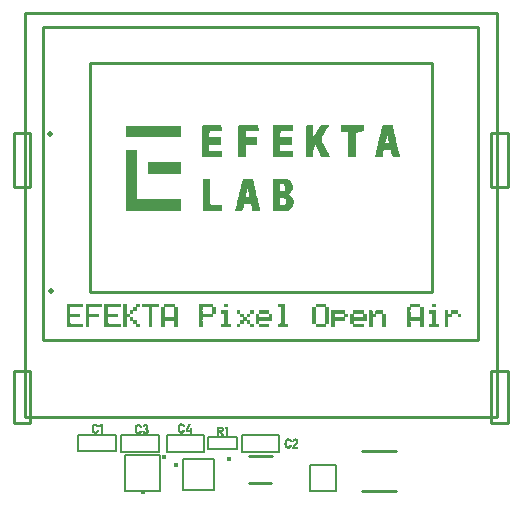
<source format=gbr>
G04 DipTrace 3.2.0.1*
G04 TopSilk.gbr*
%MOMM*%
G04 #@! TF.FileFunction,Legend,Top*
G04 #@! TF.Part,Single*
%ADD10C,0.25*%
%ADD12C,0.0762*%
%ADD14C,0.05*%
%ADD20C,0.15*%
%ADD26O,0.4598X0.47881*%
%ADD31O,0.43982X0.4199*%
%ADD32O,0.43019X0.4199*%
%ADD34O,0.40008X0.37999*%
%ADD36C,0.2*%
%ADD37O,0.39997X0.39*%
%FSLAX35Y35*%
G04*
G71*
G90*
G75*
G01*
G04 TopSilk*
%LPD*%
X-1999712Y1710000D2*
D10*
X1999712D1*
Y-1709857D1*
X-1999712D1*
Y1710000D1*
X-1840036Y1590122D2*
X1840036D1*
Y-1060137D1*
X-1840036D1*
Y1590122D1*
X1949970Y-1320165D2*
X2090000D1*
Y-1759836D1*
X1949970D1*
Y-1320165D1*
X-1949970D2*
X-2090000D1*
Y-1759836D1*
X-1949970D1*
Y-1320165D1*
X-2090000Y690159D2*
X-1949970D1*
Y240003D1*
X-2090000D1*
Y690159D1*
X1949970D2*
X2090000D1*
Y240003D1*
X1949970D1*
Y690159D1*
X-1447534Y1289901D2*
X1447534D1*
Y-650174D1*
X-1447534D1*
Y1289901D1*
D26*
X-1784024Y684043D3*
X-1779008Y-641960D3*
X854997Y-2340000D2*
D10*
X1145003D1*
X854997Y-2000000D2*
X1145003D1*
X-1150000Y-2035012D2*
D20*
X-850013D1*
Y-2334994D1*
X-1150000D1*
Y-2035012D1*
D31*
X-814991Y-2051995D3*
D32*
X-1000506Y-2350005D3*
X93018Y-2040993D2*
D10*
X-97979Y-2040000D1*
X89986Y-2271000D2*
X-101011Y-2270007D1*
D34*
X-264996Y-2062996D3*
X-660009Y-2070000D2*
D36*
X-400010D1*
Y-2330000D1*
X-660009D1*
Y-2070000D1*
D37*
X-715001Y-2116488D3*
X420002Y-2120000D2*
D20*
X639998D1*
Y-2340000D1*
X420002D1*
Y-2120000D1*
X-1548000Y-1860000D2*
X-1229000D1*
Y-2003000D1*
X-1548000D1*
Y-1860000D1*
X-1181000Y-1864000D2*
X-862000D1*
Y-2007000D1*
X-1181000D1*
Y-1864000D1*
X-797000Y-1866000D2*
X-478000D1*
Y-2009000D1*
X-797000D1*
Y-1866000D1*
X-162000Y-1863000D2*
X157000D1*
Y-2006000D1*
X-162000D1*
Y-1863000D1*
X-446000Y-1881000D2*
X-202000D1*
Y-1985000D1*
X-446000D1*
Y-1881000D1*
X-1407000Y-1767500D2*
D14*
X-1402000D1*
X-1412962Y-1770000D2*
X-1396337D1*
X-1357000D2*
X-1347000D1*
X-1417606Y-1772500D2*
X-1391667D1*
X-1360549D2*
X-1347000D1*
X-1421108Y-1775000D2*
X-1388054D1*
X-1363349D2*
X-1347000D1*
X-1423763Y-1777500D2*
X-1385315D1*
X-1365513D2*
X-1347000D1*
X-1425763Y-1780000D2*
X-1414405D1*
X-1397587D2*
X-1383271D1*
X-1366284D2*
X-1347000D1*
X-1427280Y-1782500D2*
X-1416575D1*
X-1393947D2*
X-1381733D1*
X-1366719D2*
X-1362000D1*
X-1354500D2*
X-1347000D1*
X-1428365Y-1785000D2*
X-1418378D1*
X-1391227D2*
X-1380642D1*
X-1367000D2*
X-1364500D1*
X-1354500D2*
X-1347000D1*
X-1429075Y-1787500D2*
X-1419820D1*
X-1389046D2*
X-1379973D1*
X-1354500D2*
X-1347000D1*
X-1429698Y-1790000D2*
X-1420869D1*
X-1387000D2*
X-1379500D1*
X-1354500D2*
X-1347000D1*
X-1430430Y-1792500D2*
X-1421481D1*
X-1354500D2*
X-1347000D1*
X-1431125Y-1795000D2*
X-1421783D1*
X-1354500D2*
X-1347000D1*
X-1431581Y-1797500D2*
X-1421916D1*
X-1354500D2*
X-1347000D1*
X-1431820Y-1800000D2*
X-1421969D1*
X-1354500D2*
X-1347000D1*
X-1431929Y-1802500D2*
X-1421989D1*
X-1354500D2*
X-1347000D1*
X-1431973Y-1805000D2*
X-1421996D1*
X-1354500D2*
X-1347000D1*
X-1431990Y-1807500D2*
X-1421999D1*
X-1354500D2*
X-1347000D1*
X-1431997Y-1810000D2*
X-1422000D1*
X-1354500D2*
X-1347000D1*
X-1431989Y-1812500D2*
X-1422000D1*
X-1354500D2*
X-1347000D1*
X-1431902Y-1815000D2*
X-1421990D1*
X-1354500D2*
X-1347000D1*
X-1431584Y-1817500D2*
X-1421902D1*
X-1354500D2*
X-1347000D1*
X-1430985Y-1820000D2*
X-1421584D1*
X-1354500D2*
X-1347000D1*
X-1430334Y-1822500D2*
X-1420975D1*
X-1354500D2*
X-1347000D1*
X-1429810Y-1825000D2*
X-1420227D1*
X-1389500D2*
X-1379500D1*
X-1354500D2*
X-1347000D1*
X-1429250Y-1827500D2*
X-1419228D1*
X-1390613D2*
X-1379896D1*
X-1354500D2*
X-1347000D1*
X-1428448Y-1830000D2*
X-1417785D1*
X-1392069D2*
X-1380614D1*
X-1354500D2*
X-1347000D1*
X-1427347Y-1832500D2*
X-1412566D1*
X-1396939D2*
X-1381677D1*
X-1354500D2*
X-1347000D1*
X-1425869Y-1835000D2*
X-1404446D1*
X-1404781D2*
X-1383140D1*
X-1354500D2*
X-1347000D1*
X-1423880Y-1837500D2*
X-1385123D1*
X-1354500D2*
X-1347000D1*
X-1421294Y-1840000D2*
X-1387707D1*
X-1354500D2*
X-1347000D1*
X-1418076Y-1842500D2*
X-1390925D1*
X-1354500D2*
X-1347000D1*
X-1414500Y-1845000D2*
X-1394500D1*
X-1354500D2*
X-1347000D1*
X226000Y-1892500D2*
X231000D1*
X286000D2*
X291000D1*
X220038Y-1895000D2*
X236663D1*
X281202D2*
X296952D1*
X215394Y-1897500D2*
X241333D1*
X277354D2*
X301509D1*
X211892Y-1900000D2*
X244946D1*
X274455D2*
X304692D1*
X209237Y-1902500D2*
X247685D1*
X272329D2*
X306748D1*
X207237Y-1905000D2*
X218595D1*
X235413D2*
X249729D1*
X270756D2*
X281388D1*
X298886D2*
X308107D1*
X205720Y-1907500D2*
X216425D1*
X239053D2*
X251267D1*
X269650D2*
X279529D1*
X299506D2*
X309178D1*
X204635Y-1910000D2*
X214622D1*
X241773D2*
X252358D1*
X268976D2*
X277779D1*
X300144D2*
X309934D1*
X203925Y-1912500D2*
X213180D1*
X243954D2*
X253027D1*
X268500D2*
X276000D1*
X300494D2*
X310342D1*
X203302Y-1915000D2*
X212131D1*
X246000D2*
X253500D1*
X300398D2*
X309836D1*
X202570Y-1917500D2*
X211519D1*
X299807D2*
X309184D1*
X201875Y-1920000D2*
X211217D1*
X298804D2*
X308457D1*
X201419Y-1922500D2*
X211084D1*
X297458D2*
X307545D1*
X201180Y-1925000D2*
X211031D1*
X295894D2*
X306397D1*
X201071Y-1927500D2*
X211011D1*
X294297D2*
X304992D1*
X201027Y-1930000D2*
X211004D1*
X292581D2*
X303407D1*
X201010Y-1932500D2*
X211001D1*
X290658D2*
X301802D1*
X201003Y-1935000D2*
X211000D1*
X288729D2*
X300082D1*
X201011Y-1937500D2*
X211000D1*
X286941D2*
X298159D1*
X201098Y-1940000D2*
X211010D1*
X285138D2*
X296229D1*
X201416Y-1942500D2*
X211098D1*
X283180D2*
X294441D1*
X202015Y-1945000D2*
X211416D1*
X281237D2*
X292638D1*
X202666Y-1947500D2*
X212025D1*
X279444D2*
X290680D1*
X203190Y-1950000D2*
X212773D1*
X243500D2*
X253500D1*
X277639D2*
X288737D1*
X203750Y-1952500D2*
X213772D1*
X242387D2*
X253104D1*
X275680D2*
X286944D1*
X204552Y-1955000D2*
X215215D1*
X240931D2*
X252386D1*
X273747D2*
X285129D1*
X205653Y-1957500D2*
X220434D1*
X236061D2*
X251323D1*
X272051D2*
X283084D1*
X207131Y-1960000D2*
X228554D1*
X228219D2*
X249860D1*
X270653D2*
X280836D1*
X209120Y-1962500D2*
X247877D1*
X269621D2*
X311000D1*
X211706Y-1965000D2*
X245293D1*
X269013D2*
X311000D1*
X214924Y-1967500D2*
X242075D1*
X268698D2*
X311000D1*
X218500Y-1970000D2*
X238500D1*
X268500D2*
X311000D1*
X-1042000Y-1770500D2*
X-1037000D1*
X-982000D2*
X-977000D1*
X-1047962Y-1773000D2*
X-1031337D1*
X-986798D2*
X-971433D1*
X-1052606Y-1775500D2*
X-1026667D1*
X-990646D2*
X-967083D1*
X-1056108Y-1778000D2*
X-1023054D1*
X-993545D2*
X-964079D1*
X-1058763Y-1780500D2*
X-1020315D1*
X-995671D2*
X-962069D1*
X-1060763Y-1783000D2*
X-1049405D1*
X-1032587D2*
X-1018271D1*
X-997244D2*
X-986612D1*
X-972105D2*
X-960779D1*
X-1062280Y-1785500D2*
X-1051575D1*
X-1028947D2*
X-1016733D1*
X-998350D2*
X-988471D1*
X-970023D2*
X-960072D1*
X-1063365Y-1788000D2*
X-1053378D1*
X-1026227D2*
X-1015642D1*
X-999024D2*
X-990221D1*
X-968548D2*
X-959735D1*
X-1064075Y-1790500D2*
X-1054820D1*
X-1024046D2*
X-1014973D1*
X-999500D2*
X-992000D1*
X-967563D2*
X-959600D1*
X-1064698Y-1793000D2*
X-1055869D1*
X-1022000D2*
X-1014500D1*
X-967665D2*
X-959631D1*
X-1065430Y-1795500D2*
X-1056481D1*
X-968107D2*
X-959938D1*
X-1066125Y-1798000D2*
X-1056783D1*
X-969761D2*
X-960636D1*
X-1066581Y-1800500D2*
X-1056916D1*
X-972370D2*
X-961785D1*
X-1066820Y-1803000D2*
X-1056969D1*
X-975682D2*
X-963615D1*
X-1066929Y-1805500D2*
X-1056989D1*
X-978954D2*
X-966313D1*
X-1066973Y-1808000D2*
X-1056996D1*
X-980584D2*
X-969500D1*
X-1066990Y-1810500D2*
X-1056999D1*
X-981102D2*
X-966541D1*
X-1066997Y-1813000D2*
X-1057000D1*
X-977664D2*
X-964005D1*
X-1066989Y-1815500D2*
X-1057000D1*
X-974001D2*
X-962007D1*
X-1066902Y-1818000D2*
X-1056990D1*
X-970972D2*
X-960396D1*
X-1066584Y-1820500D2*
X-1056902D1*
X-968613D2*
X-959075D1*
X-1065985Y-1823000D2*
X-1056584D1*
X-967778D2*
X-958087D1*
X-1065334Y-1825500D2*
X-1055975D1*
X-967339D2*
X-957512D1*
X-1064810Y-1828000D2*
X-1055227D1*
X-1024500D2*
X-1014500D1*
X-967236D2*
X-957308D1*
X-1064250Y-1830500D2*
X-1054228D1*
X-1025613D2*
X-1014896D1*
X-1002000D2*
X-992000D1*
X-967368D2*
X-957498D1*
X-1063448Y-1833000D2*
X-1052785D1*
X-1027069D2*
X-1015614D1*
X-1001050D2*
X-990608D1*
X-968507D2*
X-958055D1*
X-1062347Y-1835500D2*
X-1047566D1*
X-1031939D2*
X-1016677D1*
X-999966D2*
X-986538D1*
X-972511D2*
X-958774D1*
X-1060869Y-1838000D2*
X-1039446D1*
X-1039781D2*
X-1018140D1*
X-998707D2*
X-980057D1*
X-978961D2*
X-959629D1*
X-1058880Y-1840500D2*
X-1020123D1*
X-997085D2*
X-960969D1*
X-1056294Y-1843000D2*
X-1022707D1*
X-994911D2*
X-963114D1*
X-1053076Y-1845500D2*
X-1025925D1*
X-992276D2*
X-966086D1*
X-1049500Y-1848000D2*
X-1029500D1*
X-989500D2*
X-969500D1*
X-679500Y-1765500D2*
X-674500D1*
X-685462Y-1768000D2*
X-668837D1*
X-612000D2*
X-602000D1*
X-690106Y-1770500D2*
X-664167D1*
X-612950D2*
X-603249D1*
X-693608Y-1773000D2*
X-660554D1*
X-614024D2*
X-604297D1*
X-696263Y-1775500D2*
X-657815D1*
X-615185D2*
X-605348D1*
X-698263Y-1778000D2*
X-686905D1*
X-670087D2*
X-655771D1*
X-616400D2*
X-606478D1*
X-699780Y-1780500D2*
X-689075D1*
X-666447D2*
X-654233D1*
X-617633D2*
X-607666D1*
X-700865Y-1783000D2*
X-690878D1*
X-663727D2*
X-653142D1*
X-618869D2*
X-608892D1*
X-701575Y-1785500D2*
X-692320D1*
X-661546D2*
X-652473D1*
X-620037D2*
X-610130D1*
X-702198Y-1788000D2*
X-693369D1*
X-659500D2*
X-652000D1*
X-621048D2*
X-611378D1*
X-702930Y-1790500D2*
X-693981D1*
X-621937D2*
X-612625D1*
X-703625Y-1793000D2*
X-694283D1*
X-622907D2*
X-613876D1*
X-704081Y-1795500D2*
X-694416D1*
X-624001D2*
X-615124D1*
X-704320Y-1798000D2*
X-694469D1*
X-625175D2*
X-616366D1*
X-704429Y-1800500D2*
X-694489D1*
X-626395D2*
X-617536D1*
X-602000D2*
X-594500D1*
X-704473Y-1803000D2*
X-694496D1*
X-627631D2*
X-618548D1*
X-602000D2*
X-594500D1*
X-704490Y-1805500D2*
X-694499D1*
X-628878D2*
X-619437D1*
X-602000D2*
X-594500D1*
X-704497Y-1808000D2*
X-694500D1*
X-630125D2*
X-620407D1*
X-602000D2*
X-594500D1*
X-704489Y-1810500D2*
X-694500D1*
X-631376D2*
X-621501D1*
X-602000D2*
X-594500D1*
X-704402Y-1813000D2*
X-694490D1*
X-632624D2*
X-622683D1*
X-602000D2*
X-594480D1*
X-704084Y-1815500D2*
X-694402D1*
X-633866D2*
X-623968D1*
X-602000D2*
X-594305D1*
X-703485Y-1818000D2*
X-694084D1*
X-635026D2*
X-625414D1*
X-602000D2*
X-593895D1*
X-702834Y-1820500D2*
X-693475D1*
X-635950D2*
X-627000D1*
X-602000D2*
X-592527D1*
X-702310Y-1823000D2*
X-692727D1*
X-662000D2*
X-652000D1*
X-636511D2*
X-591202D1*
X-701750Y-1825500D2*
X-691728D1*
X-663113D2*
X-652396D1*
X-636795D2*
X-590319D1*
X-700948Y-1828000D2*
X-690285D1*
X-664569D2*
X-653114D1*
X-636925D2*
X-589852D1*
X-699847Y-1830500D2*
X-685066D1*
X-669439D2*
X-654177D1*
X-637000D2*
X-589631D1*
X-698369Y-1833000D2*
X-676946D1*
X-677281D2*
X-655640D1*
X-602000D2*
X-594500D1*
X-696380Y-1835500D2*
X-657623D1*
X-602000D2*
X-594500D1*
X-693794Y-1838000D2*
X-660207D1*
X-602000D2*
X-594500D1*
X-690576Y-1840500D2*
X-663425D1*
X-602000D2*
X-594500D1*
X-687000Y-1843000D2*
X-667000D1*
X-602000D2*
X-594500D1*
X-373000Y-1793000D2*
X-333000D1*
X-295500D2*
X-285500D1*
X-373000Y-1795500D2*
X-330041D1*
X-299049D2*
X-285500D1*
X-373000Y-1798000D2*
X-327505D1*
X-301849D2*
X-285500D1*
X-373000Y-1800500D2*
X-325507D1*
X-304013D2*
X-285500D1*
X-373000Y-1803000D2*
X-363000D1*
X-335605D2*
X-323896D1*
X-304784D2*
X-285500D1*
X-373000Y-1805500D2*
X-363000D1*
X-333523D2*
X-322575D1*
X-305219D2*
X-300500D1*
X-293000D2*
X-285500D1*
X-373000Y-1808000D2*
X-363000D1*
X-332039D2*
X-321587D1*
X-305500D2*
X-303000D1*
X-293000D2*
X-285500D1*
X-373000Y-1810500D2*
X-363000D1*
X-331204D2*
X-321012D1*
X-293000D2*
X-285500D1*
X-373000Y-1813000D2*
X-363000D1*
X-330884D2*
X-320808D1*
X-293000D2*
X-285500D1*
X-373000Y-1815500D2*
X-363000D1*
X-331046D2*
X-320998D1*
X-293000D2*
X-285500D1*
X-373000Y-1818000D2*
X-363000D1*
X-331562D2*
X-321555D1*
X-293000D2*
X-285500D1*
X-373000Y-1820500D2*
X-363000D1*
X-333262D2*
X-322274D1*
X-293000D2*
X-285500D1*
X-373000Y-1823000D2*
X-363000D1*
X-339854D2*
X-323119D1*
X-293000D2*
X-285500D1*
X-373000Y-1825500D2*
X-363000D1*
X-351154D2*
X-324374D1*
X-293000D2*
X-285500D1*
X-373000Y-1828000D2*
X-326213D1*
X-293000D2*
X-285500D1*
X-373000Y-1830500D2*
X-328560D1*
X-293000D2*
X-285500D1*
X-373000Y-1833000D2*
X-330985D1*
X-293000D2*
X-285500D1*
X-373000Y-1835500D2*
X-333095D1*
X-293000D2*
X-285500D1*
X-373000Y-1838000D2*
X-363000D1*
X-345896D2*
X-333387D1*
X-293000D2*
X-285500D1*
X-373000Y-1840500D2*
X-363000D1*
X-344104D2*
X-332377D1*
X-293000D2*
X-285500D1*
X-373000Y-1843000D2*
X-363000D1*
X-342579D2*
X-331173D1*
X-293000D2*
X-285500D1*
X-373000Y-1845500D2*
X-363000D1*
X-341204D2*
X-329912D1*
X-293000D2*
X-285500D1*
X-373000Y-1848000D2*
X-363000D1*
X-339906D2*
X-328642D1*
X-293000D2*
X-285500D1*
X-373000Y-1850500D2*
X-363000D1*
X-338635D2*
X-327384D1*
X-293000D2*
X-285500D1*
X-373000Y-1853000D2*
X-363000D1*
X-337380D2*
X-326127D1*
X-293000D2*
X-285500D1*
X-373000Y-1855500D2*
X-363000D1*
X-336125D2*
X-324877D1*
X-293000D2*
X-285500D1*
X-373000Y-1858000D2*
X-363000D1*
X-334876D2*
X-323624D1*
X-293000D2*
X-285500D1*
X-373000Y-1860500D2*
X-363000D1*
X-333632D2*
X-322368D1*
X-293000D2*
X-285500D1*
X-373000Y-1863000D2*
X-363000D1*
X-332449D2*
X-321051D1*
X-293000D2*
X-285500D1*
X-373000Y-1865500D2*
X-363000D1*
X-331407D2*
X-319593D1*
X-293000D2*
X-285500D1*
X-373000Y-1868000D2*
X-363000D1*
X-330500D2*
X-318000D1*
X-293000D2*
X-285500D1*
X-1643367Y-755393D2*
D12*
X-1567167D1*
X-1559547D2*
X-1510017D1*
X-1483347D2*
X-1349997D1*
X-1323327D2*
X-1247127D1*
X-1239507D2*
X-1189977D1*
X-1163307D2*
X-1140447D1*
X-1052817D2*
X-1029957D1*
X-1003287D2*
X-927087D1*
X-919467D2*
X-869937D1*
X-816597D2*
X-767067D1*
X-759447D2*
X-736587D1*
X-523227D2*
X-447027D1*
X-439407D2*
X-416547D1*
X-309867D2*
X-287007D1*
X143523D2*
X193053D1*
X463563D2*
X513093D1*
X520713D2*
X543573D1*
X1263663D2*
X1313193D1*
X1320813D2*
X1343673D1*
X1450353D2*
X1473213D1*
X-1643367Y-759203D2*
X-1567167D1*
X-1559547D2*
X-1510017D1*
X-1483347D2*
X-1349997D1*
X-1323327D2*
X-1247127D1*
X-1239507D2*
X-1189977D1*
X-1163307D2*
X-1140447D1*
X-1052817D2*
X-1029957D1*
X-1003287D2*
X-927087D1*
X-919467D2*
X-869937D1*
X-816597D2*
X-767067D1*
X-759447D2*
X-736587D1*
X-523227D2*
X-447027D1*
X-439407D2*
X-416547D1*
X-309867D2*
X-287007D1*
X143523D2*
X193053D1*
X463563D2*
X513093D1*
X520713D2*
X543573D1*
X1263663D2*
X1313193D1*
X1320813D2*
X1343673D1*
X1450353D2*
X1473213D1*
X-1643367Y-763013D2*
X-1567167D1*
X-1559547D2*
X-1510017D1*
X-1483347D2*
X-1349997D1*
X-1323327D2*
X-1247127D1*
X-1239507D2*
X-1189977D1*
X-1163307D2*
X-1140447D1*
X-1052817D2*
X-1029957D1*
X-1003287D2*
X-927087D1*
X-919467D2*
X-869937D1*
X-816597D2*
X-767067D1*
X-759447D2*
X-736587D1*
X-523227D2*
X-447027D1*
X-439407D2*
X-416547D1*
X-309867D2*
X-287007D1*
X143523D2*
X193053D1*
X463563D2*
X513093D1*
X520713D2*
X543573D1*
X1263663D2*
X1313193D1*
X1320813D2*
X1343673D1*
X1450353D2*
X1473213D1*
X-1643367Y-766823D2*
X-1567167D1*
X-1559547D2*
X-1510017D1*
X-1483347D2*
X-1349997D1*
X-1323327D2*
X-1247127D1*
X-1239507D2*
X-1189977D1*
X-1163307D2*
X-1140447D1*
X-1052817D2*
X-1029957D1*
X-1003287D2*
X-927087D1*
X-919467D2*
X-869937D1*
X-816597D2*
X-767067D1*
X-759447D2*
X-736587D1*
X-523227D2*
X-447027D1*
X-439407D2*
X-416547D1*
X-309867D2*
X-287007D1*
X143523D2*
X193053D1*
X463563D2*
X513093D1*
X520713D2*
X543573D1*
X1263663D2*
X1313193D1*
X1320813D2*
X1343673D1*
X1450353D2*
X1473213D1*
X-1643367Y-770633D2*
X-1567167D1*
X-1559547D2*
X-1510017D1*
X-1483347D2*
X-1349997D1*
X-1323327D2*
X-1247127D1*
X-1239507D2*
X-1189977D1*
X-1163307D2*
X-1140447D1*
X-1052817D2*
X-1029957D1*
X-1003287D2*
X-927087D1*
X-919467D2*
X-869937D1*
X-816597D2*
X-767067D1*
X-759447D2*
X-736587D1*
X-523227D2*
X-447027D1*
X-439407D2*
X-416547D1*
X-309867D2*
X-287007D1*
X143523D2*
X193053D1*
X463563D2*
X513093D1*
X520713D2*
X543573D1*
X1263663D2*
X1313193D1*
X1320813D2*
X1343673D1*
X1450353D2*
X1473213D1*
X-1643367Y-774443D2*
X-1567167D1*
X-1559547D2*
X-1510017D1*
X-1483347D2*
X-1349997D1*
X-1323327D2*
X-1247127D1*
X-1239507D2*
X-1189977D1*
X-1163307D2*
X-1140447D1*
X-1052817D2*
X-1029957D1*
X-1003287D2*
X-927087D1*
X-919467D2*
X-869937D1*
X-816597D2*
X-767067D1*
X-759447D2*
X-736587D1*
X-523227D2*
X-447027D1*
X-439407D2*
X-416547D1*
X-309867D2*
X-287007D1*
X143523D2*
X193053D1*
X463563D2*
X513093D1*
X520713D2*
X543573D1*
X1263663D2*
X1313193D1*
X1320813D2*
X1343673D1*
X1450353D2*
X1473213D1*
X-1643367Y-782063D2*
X-1620507D1*
X-1483347D2*
X-1460487D1*
X-1323327D2*
X-1300467D1*
X-1163307D2*
X-1140447D1*
X-1079487D2*
X-1056627D1*
X-949947D2*
X-927087D1*
X-843267D2*
X-820407D1*
X-732777D2*
X-709917D1*
X-523227D2*
X-500367D1*
X-412737D2*
X-389877D1*
X170193D2*
X193053D1*
X436893D2*
X459753D1*
X547383D2*
X570243D1*
X1236993D2*
X1259853D1*
X1347483D2*
X1370343D1*
X-1643367Y-785873D2*
X-1620507D1*
X-1483347D2*
X-1460487D1*
X-1323327D2*
X-1300467D1*
X-1163307D2*
X-1140447D1*
X-1079487D2*
X-1056627D1*
X-949947D2*
X-927087D1*
X-843267D2*
X-820407D1*
X-732777D2*
X-709917D1*
X-523227D2*
X-500367D1*
X-412737D2*
X-389877D1*
X170193D2*
X193053D1*
X436893D2*
X459753D1*
X547383D2*
X570243D1*
X1236993D2*
X1259853D1*
X1347483D2*
X1370343D1*
X-1643367Y-789683D2*
X-1620522D1*
X-1483347D2*
X-1460502D1*
X-1323327D2*
X-1300482D1*
X-1163307D2*
X-1140462D1*
X-1079487D2*
X-1056627D1*
X-949932D2*
X-927087D1*
X-843267D2*
X-820422D1*
X-732777D2*
X-709917D1*
X-523227D2*
X-500382D1*
X-412737D2*
X-389877D1*
X170208D2*
X193053D1*
X436893D2*
X459738D1*
X547383D2*
X570243D1*
X1236993D2*
X1259838D1*
X1347483D2*
X1370343D1*
X-1643367Y-793493D2*
X-1620655D1*
X-1483347D2*
X-1460635D1*
X-1323327D2*
X-1300615D1*
X-1163307D2*
X-1140595D1*
X-1079487D2*
X-1056627D1*
X-949798D2*
X-927087D1*
X-843267D2*
X-820555D1*
X-732777D2*
X-709917D1*
X-523227D2*
X-500515D1*
X-412737D2*
X-389877D1*
X170342D2*
X193053D1*
X436893D2*
X459605D1*
X547383D2*
X570243D1*
X1236993D2*
X1259705D1*
X1347483D2*
X1370343D1*
X-1643367Y-797303D2*
X-1621126D1*
X-1483347D2*
X-1461106D1*
X-1323327D2*
X-1301086D1*
X-1163307D2*
X-1141066D1*
X-1079487D2*
X-1056627D1*
X-949327D2*
X-927087D1*
X-843267D2*
X-821026D1*
X-732777D2*
X-709917D1*
X-523227D2*
X-500986D1*
X-412737D2*
X-389877D1*
X170813D2*
X193053D1*
X436893D2*
X459134D1*
X547383D2*
X570243D1*
X1236993D2*
X1259234D1*
X1347483D2*
X1370343D1*
X-1643367Y-801113D2*
X-1621905D1*
X-1483347D2*
X-1461885D1*
X-1323327D2*
X-1301865D1*
X-1163307D2*
X-1141845D1*
X-1079487D2*
X-1056627D1*
X-948549D2*
X-927087D1*
X-843267D2*
X-821805D1*
X-732777D2*
X-709917D1*
X-523227D2*
X-501765D1*
X-412737D2*
X-389877D1*
X171591D2*
X193053D1*
X436893D2*
X458355D1*
X547383D2*
X570243D1*
X1236993D2*
X1258455D1*
X1347483D2*
X1370343D1*
X-1643367Y-804923D2*
X-1622396D1*
X-1483347D2*
X-1462376D1*
X-1323327D2*
X-1302356D1*
X-1163307D2*
X-1142336D1*
X-1079487D2*
X-1056627D1*
X-948057D2*
X-927087D1*
X-843267D2*
X-822296D1*
X-732777D2*
X-709917D1*
X-523227D2*
X-502256D1*
X-412737D2*
X-389877D1*
X172083D2*
X193053D1*
X436893D2*
X457864D1*
X547383D2*
X570243D1*
X1236993D2*
X1257964D1*
X1347483D2*
X1370343D1*
X-1643367Y-808733D2*
X-1622148D1*
X-1483347D2*
X-1462128D1*
X-1323327D2*
X-1302108D1*
X-1163307D2*
X-1142088D1*
X-1106157D2*
X-1087107D1*
X-948305D2*
X-927087D1*
X-843267D2*
X-822048D1*
X-732777D2*
X-709917D1*
X-523227D2*
X-502008D1*
X-412737D2*
X-389877D1*
X-336537D2*
X-313677D1*
X-306057D2*
X-287007D1*
X-203187D2*
X-184137D1*
X-92697D2*
X-69837D1*
X-16497D2*
X6363D1*
X13983D2*
X33033D1*
X40653D2*
X63513D1*
X171835D2*
X193053D1*
X436893D2*
X458112D1*
X547383D2*
X570243D1*
X596913D2*
X615963D1*
X623583D2*
X646443D1*
X654063D2*
X673113D1*
X680733D2*
X703593D1*
X783603D2*
X806463D1*
X814083D2*
X833133D1*
X840753D2*
X863613D1*
X916953D2*
X936003D1*
X974103D2*
X993153D1*
X1000773D2*
X1023633D1*
X1236993D2*
X1258212D1*
X1347483D2*
X1370343D1*
X1423683D2*
X1446543D1*
X1454163D2*
X1473213D1*
X1557033D2*
X1576083D1*
X1614183D2*
X1633233D1*
X1640853D2*
X1663713D1*
X-1643367Y-812543D2*
X-1621524D1*
X-1483347D2*
X-1461504D1*
X-1323327D2*
X-1301484D1*
X-1163307D2*
X-1141464D1*
X-1107915D2*
X-1087107D1*
X-948929D2*
X-927087D1*
X-843267D2*
X-821424D1*
X-732777D2*
X-709917D1*
X-523227D2*
X-501384D1*
X-412737D2*
X-389877D1*
X-336537D2*
X-287007D1*
X-203187D2*
X-182378D1*
X-92697D2*
X-69837D1*
X-16497D2*
X33033D1*
X40653D2*
X63513D1*
X171211D2*
X193053D1*
X436893D2*
X458736D1*
X547383D2*
X570243D1*
X596913D2*
X703593D1*
X783603D2*
X833133D1*
X840753D2*
X863613D1*
X916953D2*
X937762D1*
X972345D2*
X993153D1*
X1000773D2*
X1023633D1*
X1236993D2*
X1258836D1*
X1347483D2*
X1370343D1*
X1423683D2*
X1473213D1*
X1557033D2*
X1577842D1*
X1612425D2*
X1663713D1*
X-1643367Y-816353D2*
X-1621022D1*
X-1483347D2*
X-1461002D1*
X-1323327D2*
X-1300982D1*
X-1163307D2*
X-1140962D1*
X-1109010D2*
X-1087107D1*
X-949432D2*
X-927087D1*
X-843267D2*
X-820922D1*
X-732777D2*
X-709917D1*
X-523227D2*
X-500882D1*
X-412737D2*
X-389877D1*
X-336537D2*
X-287007D1*
X-203187D2*
X-181284D1*
X-92697D2*
X-69837D1*
X-16497D2*
X33033D1*
X40653D2*
X63513D1*
X170708D2*
X193053D1*
X436893D2*
X459238D1*
X547383D2*
X570243D1*
X596913D2*
X703593D1*
X783603D2*
X833133D1*
X840753D2*
X863613D1*
X916953D2*
X938856D1*
X971250D2*
X993153D1*
X1000773D2*
X1023633D1*
X1236993D2*
X1259338D1*
X1347483D2*
X1370343D1*
X1423683D2*
X1473213D1*
X1557033D2*
X1578936D1*
X1611330D2*
X1663713D1*
X-1643367Y-820163D2*
X-1620735D1*
X-1483347D2*
X-1460715D1*
X-1323327D2*
X-1300695D1*
X-1163307D2*
X-1140675D1*
X-1109563D2*
X-1087107D1*
X-949718D2*
X-927087D1*
X-843267D2*
X-820635D1*
X-732777D2*
X-709917D1*
X-523227D2*
X-500595D1*
X-412737D2*
X-389877D1*
X-336537D2*
X-287007D1*
X-203187D2*
X-180730D1*
X-92697D2*
X-69837D1*
X-16497D2*
X33033D1*
X40653D2*
X63513D1*
X170422D2*
X193053D1*
X436893D2*
X459525D1*
X547383D2*
X570243D1*
X596913D2*
X703593D1*
X783603D2*
X833133D1*
X840753D2*
X863613D1*
X916953D2*
X939410D1*
X970697D2*
X993153D1*
X1000773D2*
X1023633D1*
X1236993D2*
X1259625D1*
X1347483D2*
X1370343D1*
X1423683D2*
X1473213D1*
X1557033D2*
X1579490D1*
X1610777D2*
X1663713D1*
X-1643367Y-823973D2*
X-1620599D1*
X-1483347D2*
X-1460579D1*
X-1323327D2*
X-1300559D1*
X-1163307D2*
X-1140539D1*
X-1109809D2*
X-1087107D1*
X-949854D2*
X-927087D1*
X-843267D2*
X-820499D1*
X-732777D2*
X-709917D1*
X-523227D2*
X-500459D1*
X-412737D2*
X-389877D1*
X-336537D2*
X-287007D1*
X-203187D2*
X-180484D1*
X-92697D2*
X-69837D1*
X-16497D2*
X33033D1*
X40653D2*
X63513D1*
X170286D2*
X193053D1*
X436893D2*
X459661D1*
X547383D2*
X570243D1*
X596913D2*
X703593D1*
X783603D2*
X833133D1*
X840753D2*
X863613D1*
X916953D2*
X939656D1*
X970451D2*
X993153D1*
X1000773D2*
X1023633D1*
X1236993D2*
X1259761D1*
X1347483D2*
X1370343D1*
X1423683D2*
X1473213D1*
X1557033D2*
X1579736D1*
X1610531D2*
X1663713D1*
X-1643367Y-827783D2*
X-1620540D1*
X-1483347D2*
X-1460520D1*
X-1323327D2*
X-1300500D1*
X-1163307D2*
X-1140480D1*
X-1109912D2*
X-1087107D1*
X-949914D2*
X-927087D1*
X-843267D2*
X-820440D1*
X-732777D2*
X-709917D1*
X-523227D2*
X-500400D1*
X-412737D2*
X-389877D1*
X-336537D2*
X-287007D1*
X-203187D2*
X-180382D1*
X-92697D2*
X-69837D1*
X-16497D2*
X33033D1*
X40653D2*
X63513D1*
X170226D2*
X193053D1*
X436893D2*
X459720D1*
X547383D2*
X570243D1*
X596913D2*
X703593D1*
X783603D2*
X833133D1*
X840753D2*
X863613D1*
X916953D2*
X939758D1*
X970348D2*
X993153D1*
X1000773D2*
X1023633D1*
X1236993D2*
X1259820D1*
X1347483D2*
X1370343D1*
X1423683D2*
X1473213D1*
X1557033D2*
X1579838D1*
X1610428D2*
X1663713D1*
X-1643367Y-831593D2*
X-1620507D1*
X-1483347D2*
X-1460487D1*
X-1323327D2*
X-1300467D1*
X-1163307D2*
X-1140447D1*
X-1109967D2*
X-1087107D1*
X-949947D2*
X-927087D1*
X-843267D2*
X-820407D1*
X-732777D2*
X-709917D1*
X-523227D2*
X-500367D1*
X-412737D2*
X-389877D1*
X-336537D2*
X-287007D1*
X-203187D2*
X-180327D1*
X-92697D2*
X-69837D1*
X-16497D2*
X33033D1*
X40653D2*
X63513D1*
X170193D2*
X193053D1*
X436893D2*
X459753D1*
X547383D2*
X570243D1*
X596913D2*
X703593D1*
X783603D2*
X833133D1*
X840753D2*
X863613D1*
X916953D2*
X939813D1*
X970293D2*
X993153D1*
X1000773D2*
X1023633D1*
X1236993D2*
X1259853D1*
X1347483D2*
X1370343D1*
X1423683D2*
X1473213D1*
X1557033D2*
X1579893D1*
X1610373D2*
X1663713D1*
X-1643367Y-839213D2*
X-1567167D1*
X-1559547D2*
X-1536687D1*
X-1483347D2*
X-1376667D1*
X-1323327D2*
X-1247127D1*
X-1239507D2*
X-1216647D1*
X-1163307D2*
X-1113777D1*
X-949947D2*
X-927087D1*
X-843267D2*
X-820407D1*
X-732777D2*
X-709917D1*
X-523227D2*
X-416547D1*
X-309867D2*
X-287007D1*
X-176517D2*
X-153657D1*
X-119367D2*
X-96507D1*
X-43167D2*
X-20307D1*
X67323D2*
X90183D1*
X170193D2*
X193053D1*
X436893D2*
X459753D1*
X547383D2*
X570243D1*
X596913D2*
X619773D1*
X707403D2*
X730263D1*
X756933D2*
X779793D1*
X867423D2*
X890283D1*
X916953D2*
X966483D1*
X1027443D2*
X1050303D1*
X1236993D2*
X1259853D1*
X1347483D2*
X1370343D1*
X1450353D2*
X1473213D1*
X1557033D2*
X1606563D1*
X1667523D2*
X1690383D1*
X-1643367Y-843023D2*
X-1567167D1*
X-1559547D2*
X-1536687D1*
X-1483347D2*
X-1376667D1*
X-1323327D2*
X-1247127D1*
X-1239507D2*
X-1216647D1*
X-1163307D2*
X-1113777D1*
X-949947D2*
X-927087D1*
X-843267D2*
X-820407D1*
X-732777D2*
X-709917D1*
X-523227D2*
X-416547D1*
X-309867D2*
X-287007D1*
X-176517D2*
X-153657D1*
X-119367D2*
X-96507D1*
X-43167D2*
X-20307D1*
X67323D2*
X90183D1*
X170193D2*
X193053D1*
X436893D2*
X459753D1*
X547383D2*
X570243D1*
X596913D2*
X619773D1*
X707403D2*
X730263D1*
X756933D2*
X779793D1*
X867423D2*
X890283D1*
X916953D2*
X966483D1*
X1027443D2*
X1050303D1*
X1236993D2*
X1259853D1*
X1347483D2*
X1370343D1*
X1450353D2*
X1473213D1*
X1557033D2*
X1606563D1*
X1667523D2*
X1690383D1*
X-1643367Y-846833D2*
X-1567167D1*
X-1559547D2*
X-1536687D1*
X-1483347D2*
X-1376667D1*
X-1323327D2*
X-1247127D1*
X-1239507D2*
X-1216647D1*
X-1163307D2*
X-1113777D1*
X-949947D2*
X-927087D1*
X-843267D2*
X-820407D1*
X-732777D2*
X-709917D1*
X-523227D2*
X-416547D1*
X-309867D2*
X-287007D1*
X-176517D2*
X-153657D1*
X-119367D2*
X-96507D1*
X-43167D2*
X-20307D1*
X67323D2*
X90183D1*
X170193D2*
X193053D1*
X436893D2*
X459753D1*
X547383D2*
X570243D1*
X596913D2*
X619773D1*
X707403D2*
X730263D1*
X756933D2*
X779793D1*
X867423D2*
X890283D1*
X916953D2*
X966483D1*
X1027443D2*
X1050303D1*
X1236993D2*
X1259853D1*
X1347483D2*
X1370343D1*
X1450353D2*
X1473213D1*
X1557033D2*
X1606563D1*
X1667523D2*
X1690383D1*
X-1643367Y-850643D2*
X-1567167D1*
X-1559547D2*
X-1536687D1*
X-1483347D2*
X-1376667D1*
X-1323327D2*
X-1247127D1*
X-1239507D2*
X-1216647D1*
X-1163307D2*
X-1113777D1*
X-949947D2*
X-927087D1*
X-843267D2*
X-820407D1*
X-732777D2*
X-709917D1*
X-523227D2*
X-416547D1*
X-309867D2*
X-287007D1*
X-176517D2*
X-153657D1*
X-119367D2*
X-96507D1*
X-43167D2*
X-20307D1*
X67323D2*
X90183D1*
X170193D2*
X193053D1*
X436893D2*
X459753D1*
X547383D2*
X570243D1*
X596913D2*
X619773D1*
X707403D2*
X730263D1*
X756933D2*
X779793D1*
X867423D2*
X890283D1*
X916953D2*
X966483D1*
X1027443D2*
X1050303D1*
X1236993D2*
X1259853D1*
X1347483D2*
X1370343D1*
X1450353D2*
X1473213D1*
X1557033D2*
X1606563D1*
X1667523D2*
X1690383D1*
X-1643367Y-854453D2*
X-1567167D1*
X-1559547D2*
X-1536687D1*
X-1483347D2*
X-1376667D1*
X-1323327D2*
X-1247127D1*
X-1239507D2*
X-1216647D1*
X-1163307D2*
X-1113777D1*
X-949947D2*
X-927087D1*
X-843267D2*
X-820407D1*
X-732777D2*
X-709917D1*
X-523227D2*
X-416547D1*
X-309867D2*
X-287007D1*
X-176517D2*
X-153657D1*
X-119367D2*
X-96507D1*
X-43167D2*
X-20307D1*
X67323D2*
X90183D1*
X170193D2*
X193053D1*
X436893D2*
X459753D1*
X547383D2*
X570243D1*
X596913D2*
X619773D1*
X707403D2*
X730263D1*
X756933D2*
X779793D1*
X867423D2*
X890283D1*
X916953D2*
X966483D1*
X1027443D2*
X1050303D1*
X1236993D2*
X1259853D1*
X1347483D2*
X1370343D1*
X1450353D2*
X1473213D1*
X1557033D2*
X1606563D1*
X1667523D2*
X1690383D1*
X-1643367Y-858263D2*
X-1567167D1*
X-1559547D2*
X-1536687D1*
X-1483347D2*
X-1376667D1*
X-1323327D2*
X-1247127D1*
X-1239507D2*
X-1216647D1*
X-1163307D2*
X-1113777D1*
X-949947D2*
X-927087D1*
X-843267D2*
X-820407D1*
X-732777D2*
X-709917D1*
X-523227D2*
X-416547D1*
X-309867D2*
X-287007D1*
X-176517D2*
X-153657D1*
X-119367D2*
X-96507D1*
X-43167D2*
X-20307D1*
X67323D2*
X90183D1*
X170193D2*
X193053D1*
X436893D2*
X459753D1*
X547383D2*
X570243D1*
X596913D2*
X619773D1*
X707403D2*
X730263D1*
X756933D2*
X779793D1*
X867423D2*
X890283D1*
X916953D2*
X966483D1*
X1027443D2*
X1050303D1*
X1236993D2*
X1259853D1*
X1347483D2*
X1370343D1*
X1450353D2*
X1473213D1*
X1557033D2*
X1606563D1*
X1667523D2*
X1690383D1*
X-1643367Y-865883D2*
X-1620507D1*
X-1483347D2*
X-1460487D1*
X-1323327D2*
X-1300467D1*
X-1163307D2*
X-1140447D1*
X-1109967D2*
X-1087107D1*
X-949947D2*
X-927087D1*
X-843267D2*
X-767067D1*
X-759447D2*
X-709917D1*
X-523227D2*
X-500367D1*
X-309867D2*
X-287007D1*
X-149847D2*
X-126987D1*
X-43167D2*
X33033D1*
X40653D2*
X90183D1*
X170193D2*
X193053D1*
X436893D2*
X459753D1*
X547383D2*
X570243D1*
X596913D2*
X703593D1*
X756933D2*
X833133D1*
X840753D2*
X890283D1*
X916953D2*
X939813D1*
X1027443D2*
X1050303D1*
X1236993D2*
X1313193D1*
X1320813D2*
X1370343D1*
X1450353D2*
X1473213D1*
X1557033D2*
X1579893D1*
X-1643367Y-869693D2*
X-1620507D1*
X-1483347D2*
X-1460487D1*
X-1323327D2*
X-1300467D1*
X-1163307D2*
X-1140447D1*
X-1109967D2*
X-1087107D1*
X-949947D2*
X-927087D1*
X-843267D2*
X-767067D1*
X-759447D2*
X-709917D1*
X-523227D2*
X-500367D1*
X-309867D2*
X-287007D1*
X-149847D2*
X-126987D1*
X-43167D2*
X33033D1*
X40653D2*
X90183D1*
X170193D2*
X193053D1*
X436893D2*
X459753D1*
X547383D2*
X570243D1*
X596913D2*
X703593D1*
X756933D2*
X833133D1*
X840753D2*
X890283D1*
X916953D2*
X939813D1*
X1027443D2*
X1050303D1*
X1236993D2*
X1313193D1*
X1320813D2*
X1370343D1*
X1450353D2*
X1473213D1*
X1557033D2*
X1579893D1*
X-1643367Y-873503D2*
X-1620507D1*
X-1483347D2*
X-1460487D1*
X-1323327D2*
X-1300467D1*
X-1163307D2*
X-1140447D1*
X-1109967D2*
X-1087107D1*
X-949947D2*
X-927087D1*
X-843267D2*
X-767067D1*
X-759447D2*
X-709917D1*
X-523227D2*
X-500367D1*
X-309867D2*
X-287007D1*
X-149847D2*
X-126987D1*
X-43167D2*
X33033D1*
X40653D2*
X90183D1*
X170193D2*
X193053D1*
X436893D2*
X459753D1*
X547383D2*
X570243D1*
X596913D2*
X703593D1*
X756933D2*
X833133D1*
X840753D2*
X890283D1*
X916953D2*
X939813D1*
X1027443D2*
X1050303D1*
X1236993D2*
X1313193D1*
X1320813D2*
X1370343D1*
X1450353D2*
X1473213D1*
X1557033D2*
X1579893D1*
X-1643367Y-877313D2*
X-1620522D1*
X-1483347D2*
X-1460502D1*
X-1323327D2*
X-1300482D1*
X-1163307D2*
X-1140462D1*
X-1109967D2*
X-1087107D1*
X-949932D2*
X-927087D1*
X-843267D2*
X-767067D1*
X-759447D2*
X-709917D1*
X-523227D2*
X-500382D1*
X-309852D2*
X-287007D1*
X-149847D2*
X-126987D1*
X-43167D2*
X33033D1*
X40653D2*
X90183D1*
X170208D2*
X193053D1*
X436893D2*
X459738D1*
X547383D2*
X570243D1*
X596913D2*
X703593D1*
X756933D2*
X833133D1*
X840753D2*
X890283D1*
X916953D2*
X939798D1*
X1027443D2*
X1050303D1*
X1236993D2*
X1313193D1*
X1320813D2*
X1370343D1*
X1450368D2*
X1473213D1*
X1557033D2*
X1579878D1*
X-1643367Y-881123D2*
X-1620667D1*
X-1483347D2*
X-1460647D1*
X-1323327D2*
X-1300627D1*
X-1163307D2*
X-1140607D1*
X-1109967D2*
X-1087107D1*
X-949787D2*
X-927087D1*
X-843267D2*
X-767067D1*
X-759447D2*
X-709917D1*
X-523227D2*
X-500527D1*
X-309707D2*
X-287007D1*
X-149847D2*
X-126987D1*
X-43167D2*
X33033D1*
X40653D2*
X90183D1*
X170353D2*
X193053D1*
X436893D2*
X459593D1*
X547383D2*
X570243D1*
X596913D2*
X703593D1*
X756933D2*
X833133D1*
X840753D2*
X890283D1*
X916953D2*
X939653D1*
X1027443D2*
X1050303D1*
X1236993D2*
X1313193D1*
X1320813D2*
X1370343D1*
X1450513D2*
X1473213D1*
X1557033D2*
X1579733D1*
X-1643367Y-884933D2*
X-1621255D1*
X-1483347D2*
X-1461235D1*
X-1323327D2*
X-1301215D1*
X-1163307D2*
X-1141195D1*
X-1109967D2*
X-1087107D1*
X-949198D2*
X-927087D1*
X-843267D2*
X-767067D1*
X-759447D2*
X-709917D1*
X-523227D2*
X-501115D1*
X-309118D2*
X-287007D1*
X-149847D2*
X-126987D1*
X-43167D2*
X33033D1*
X40653D2*
X90183D1*
X170942D2*
X193053D1*
X436893D2*
X459005D1*
X547383D2*
X570243D1*
X596913D2*
X703593D1*
X756933D2*
X833133D1*
X840753D2*
X890283D1*
X916953D2*
X939065D1*
X1027443D2*
X1050303D1*
X1236993D2*
X1313193D1*
X1320813D2*
X1370343D1*
X1451102D2*
X1473213D1*
X1557033D2*
X1579145D1*
X-1643367Y-888743D2*
X-1622558D1*
X-1483347D2*
X-1462538D1*
X-1323327D2*
X-1302518D1*
X-1163307D2*
X-1142498D1*
X-1109967D2*
X-1087107D1*
X-947895D2*
X-927087D1*
X-843267D2*
X-767067D1*
X-759447D2*
X-709917D1*
X-523227D2*
X-502418D1*
X-307815D2*
X-287007D1*
X-149847D2*
X-126987D1*
X-43167D2*
X33033D1*
X40653D2*
X90183D1*
X172245D2*
X193053D1*
X436893D2*
X457702D1*
X547383D2*
X570243D1*
X596913D2*
X703593D1*
X756933D2*
X833133D1*
X840753D2*
X890283D1*
X916953D2*
X937762D1*
X1027443D2*
X1050303D1*
X1236993D2*
X1313193D1*
X1320813D2*
X1370343D1*
X1452405D2*
X1473213D1*
X1557033D2*
X1577842D1*
X-1643367Y-892553D2*
X-1624317D1*
X-1483347D2*
X-1464297D1*
X-1323327D2*
X-1304277D1*
X-1163307D2*
X-1144257D1*
X-1079487D2*
X-1056627D1*
X-946137D2*
X-927087D1*
X-843267D2*
X-824965D1*
X-732777D2*
X-709917D1*
X-523227D2*
X-504177D1*
X-306057D2*
X-287007D1*
X-176517D2*
X-153657D1*
X-119367D2*
X-96507D1*
X-43167D2*
X-24865D1*
X174003D2*
X193053D1*
X436893D2*
X455943D1*
X547383D2*
X570243D1*
X596913D2*
X615215D1*
X756933D2*
X775235D1*
X916953D2*
X936003D1*
X1027443D2*
X1050303D1*
X1236993D2*
X1255295D1*
X1347483D2*
X1370343D1*
X1454163D2*
X1473213D1*
X1557033D2*
X1576083D1*
X-1643367Y-896363D2*
X-1622558D1*
X-1483347D2*
X-1462538D1*
X-1323327D2*
X-1302518D1*
X-1163307D2*
X-1142498D1*
X-1079487D2*
X-1056627D1*
X-947895D2*
X-927087D1*
X-843267D2*
X-822737D1*
X-732777D2*
X-709917D1*
X-523227D2*
X-502418D1*
X-307815D2*
X-287007D1*
X-176517D2*
X-153657D1*
X-119367D2*
X-96507D1*
X-43167D2*
X-22637D1*
X172245D2*
X193053D1*
X436893D2*
X457702D1*
X547383D2*
X570243D1*
X596913D2*
X617443D1*
X756933D2*
X777463D1*
X916953D2*
X937762D1*
X1027443D2*
X1050303D1*
X1236993D2*
X1257523D1*
X1347483D2*
X1370343D1*
X1452405D2*
X1473213D1*
X1557033D2*
X1577842D1*
X-1643367Y-900173D2*
X-1621464D1*
X-1483347D2*
X-1461444D1*
X-1323327D2*
X-1301424D1*
X-1163307D2*
X-1141404D1*
X-1079487D2*
X-1056627D1*
X-948990D2*
X-927087D1*
X-843267D2*
X-821461D1*
X-732777D2*
X-709917D1*
X-523227D2*
X-501324D1*
X-308910D2*
X-287007D1*
X-176517D2*
X-153657D1*
X-119367D2*
X-96507D1*
X-43167D2*
X-21361D1*
X171150D2*
X193053D1*
X436893D2*
X458796D1*
X547383D2*
X570243D1*
X596913D2*
X618719D1*
X756933D2*
X778739D1*
X916953D2*
X938856D1*
X1027443D2*
X1050303D1*
X1236993D2*
X1258799D1*
X1347483D2*
X1370343D1*
X1451310D2*
X1473213D1*
X1557033D2*
X1578936D1*
X-1643367Y-903983D2*
X-1620910D1*
X-1483347D2*
X-1460890D1*
X-1323327D2*
X-1300870D1*
X-1163307D2*
X-1140850D1*
X-1079487D2*
X-1056627D1*
X-949543D2*
X-927087D1*
X-843267D2*
X-820842D1*
X-732777D2*
X-709917D1*
X-523227D2*
X-500770D1*
X-309463D2*
X-287007D1*
X-176517D2*
X-153657D1*
X-119367D2*
X-96507D1*
X-43167D2*
X-20742D1*
X170597D2*
X193053D1*
X436893D2*
X459350D1*
X547383D2*
X570243D1*
X596913D2*
X619338D1*
X756933D2*
X779358D1*
X916953D2*
X939410D1*
X1027443D2*
X1050303D1*
X1236993D2*
X1259418D1*
X1347483D2*
X1370343D1*
X1450757D2*
X1473213D1*
X1557033D2*
X1579490D1*
X-1643367Y-907793D2*
X-1620664D1*
X-1483347D2*
X-1460644D1*
X-1323327D2*
X-1300624D1*
X-1163307D2*
X-1140604D1*
X-1079487D2*
X-1056627D1*
X-949789D2*
X-927087D1*
X-843267D2*
X-820575D1*
X-732777D2*
X-709917D1*
X-523227D2*
X-500524D1*
X-309709D2*
X-287007D1*
X-176517D2*
X-153657D1*
X-119367D2*
X-96507D1*
X-43167D2*
X-20475D1*
X170351D2*
X193053D1*
X436893D2*
X459596D1*
X547383D2*
X570243D1*
X596913D2*
X619605D1*
X756933D2*
X779625D1*
X916953D2*
X939656D1*
X1027443D2*
X1050303D1*
X1236993D2*
X1259685D1*
X1347483D2*
X1370343D1*
X1450511D2*
X1473213D1*
X1557033D2*
X1579736D1*
X-1643367Y-911603D2*
X-1620562D1*
X-1483347D2*
X-1460542D1*
X-1323327D2*
X-1300522D1*
X-1163307D2*
X-1140502D1*
X-1079487D2*
X-1056627D1*
X-949892D2*
X-927087D1*
X-843267D2*
X-820465D1*
X-732777D2*
X-709917D1*
X-523227D2*
X-500422D1*
X-309812D2*
X-287007D1*
X-176517D2*
X-153657D1*
X-119367D2*
X-96507D1*
X-43167D2*
X-20365D1*
X170248D2*
X193053D1*
X436893D2*
X459698D1*
X547383D2*
X570243D1*
X596913D2*
X619715D1*
X756933D2*
X779735D1*
X916953D2*
X939758D1*
X1027443D2*
X1050303D1*
X1236993D2*
X1259795D1*
X1347483D2*
X1370343D1*
X1450408D2*
X1473213D1*
X1557033D2*
X1579838D1*
X-1643367Y-915413D2*
X-1620507D1*
X-1483347D2*
X-1460487D1*
X-1323327D2*
X-1300467D1*
X-1163307D2*
X-1140447D1*
X-1079487D2*
X-1056627D1*
X-949947D2*
X-927087D1*
X-843267D2*
X-820407D1*
X-732777D2*
X-709917D1*
X-523227D2*
X-500367D1*
X-309867D2*
X-287007D1*
X-176517D2*
X-153657D1*
X-119367D2*
X-96507D1*
X-43167D2*
X-20307D1*
X170193D2*
X193053D1*
X436893D2*
X459753D1*
X547383D2*
X570243D1*
X596913D2*
X619773D1*
X756933D2*
X779793D1*
X916953D2*
X939813D1*
X1027443D2*
X1050303D1*
X1236993D2*
X1259853D1*
X1347483D2*
X1370343D1*
X1450353D2*
X1473213D1*
X1557033D2*
X1579893D1*
X-1643367Y-923033D2*
X-1567167D1*
X-1559547D2*
X-1510017D1*
X-1483347D2*
X-1460487D1*
X-1323327D2*
X-1247127D1*
X-1239507D2*
X-1189977D1*
X-1163307D2*
X-1140447D1*
X-1052817D2*
X-1029957D1*
X-949947D2*
X-927087D1*
X-843267D2*
X-820407D1*
X-732777D2*
X-709917D1*
X-523227D2*
X-500367D1*
X-336537D2*
X-287007D1*
X-279387D2*
X-256527D1*
X-203187D2*
X-180327D1*
X-92697D2*
X-69837D1*
X-16497D2*
X33033D1*
X40653D2*
X63513D1*
X143523D2*
X193053D1*
X200673D2*
X223533D1*
X463563D2*
X513093D1*
X520713D2*
X543573D1*
X596913D2*
X619773D1*
X783603D2*
X833133D1*
X840753D2*
X863613D1*
X916953D2*
X939813D1*
X1027443D2*
X1050303D1*
X1236993D2*
X1259853D1*
X1347483D2*
X1370343D1*
X1423683D2*
X1473213D1*
X1480833D2*
X1503693D1*
X1557033D2*
X1579893D1*
X-1643367Y-926843D2*
X-1567167D1*
X-1559547D2*
X-1510017D1*
X-1483347D2*
X-1460487D1*
X-1323327D2*
X-1247127D1*
X-1239507D2*
X-1189977D1*
X-1163307D2*
X-1140447D1*
X-1052817D2*
X-1029957D1*
X-949947D2*
X-927087D1*
X-843267D2*
X-820407D1*
X-732777D2*
X-709917D1*
X-523227D2*
X-500367D1*
X-336537D2*
X-287007D1*
X-279387D2*
X-256527D1*
X-203187D2*
X-180327D1*
X-92697D2*
X-69837D1*
X-16497D2*
X33033D1*
X40653D2*
X63513D1*
X143523D2*
X193053D1*
X200673D2*
X223533D1*
X463563D2*
X513093D1*
X520713D2*
X543573D1*
X596913D2*
X619773D1*
X783603D2*
X833133D1*
X840753D2*
X863613D1*
X916953D2*
X939813D1*
X1027443D2*
X1050303D1*
X1236993D2*
X1259853D1*
X1347483D2*
X1370343D1*
X1423683D2*
X1473213D1*
X1480833D2*
X1503693D1*
X1557033D2*
X1579893D1*
X-1643367Y-930653D2*
X-1567167D1*
X-1559547D2*
X-1510017D1*
X-1483347D2*
X-1460487D1*
X-1323327D2*
X-1247127D1*
X-1239507D2*
X-1189977D1*
X-1163307D2*
X-1140447D1*
X-1052817D2*
X-1029957D1*
X-949947D2*
X-927087D1*
X-843267D2*
X-820407D1*
X-732777D2*
X-709917D1*
X-523227D2*
X-500367D1*
X-336537D2*
X-287007D1*
X-279387D2*
X-256527D1*
X-203187D2*
X-180327D1*
X-92697D2*
X-69837D1*
X-16497D2*
X33033D1*
X40653D2*
X63513D1*
X143523D2*
X193053D1*
X200673D2*
X223533D1*
X463563D2*
X513093D1*
X520713D2*
X543573D1*
X596913D2*
X619773D1*
X783603D2*
X833133D1*
X840753D2*
X863613D1*
X916953D2*
X939813D1*
X1027443D2*
X1050303D1*
X1236993D2*
X1259853D1*
X1347483D2*
X1370343D1*
X1423683D2*
X1473213D1*
X1480833D2*
X1503693D1*
X1557033D2*
X1579893D1*
X-1643367Y-934463D2*
X-1567167D1*
X-1559547D2*
X-1510017D1*
X-1483347D2*
X-1460487D1*
X-1323327D2*
X-1247127D1*
X-1239507D2*
X-1189977D1*
X-1163307D2*
X-1140447D1*
X-1052817D2*
X-1029957D1*
X-949947D2*
X-927087D1*
X-843267D2*
X-820407D1*
X-732777D2*
X-709917D1*
X-523227D2*
X-500367D1*
X-336537D2*
X-287007D1*
X-279387D2*
X-256527D1*
X-203187D2*
X-180327D1*
X-92697D2*
X-69837D1*
X-16497D2*
X33033D1*
X40653D2*
X63513D1*
X143523D2*
X193053D1*
X200673D2*
X223533D1*
X463563D2*
X513093D1*
X520713D2*
X543573D1*
X596913D2*
X619773D1*
X783603D2*
X833133D1*
X840753D2*
X863613D1*
X916953D2*
X939813D1*
X1027443D2*
X1050303D1*
X1236993D2*
X1259853D1*
X1347483D2*
X1370343D1*
X1423683D2*
X1473213D1*
X1480833D2*
X1503693D1*
X1557033D2*
X1579893D1*
X-1643367Y-938273D2*
X-1567167D1*
X-1559547D2*
X-1510017D1*
X-1483347D2*
X-1460487D1*
X-1323327D2*
X-1247127D1*
X-1239507D2*
X-1189977D1*
X-1163307D2*
X-1140447D1*
X-1052817D2*
X-1029957D1*
X-949947D2*
X-927087D1*
X-843267D2*
X-820407D1*
X-732777D2*
X-709917D1*
X-523227D2*
X-500367D1*
X-336537D2*
X-287007D1*
X-279387D2*
X-256527D1*
X-203187D2*
X-180327D1*
X-92697D2*
X-69837D1*
X-16497D2*
X33033D1*
X40653D2*
X63513D1*
X143523D2*
X193053D1*
X200673D2*
X223533D1*
X463563D2*
X513093D1*
X520713D2*
X543573D1*
X596913D2*
X619773D1*
X783603D2*
X833133D1*
X840753D2*
X863613D1*
X916953D2*
X939813D1*
X1027443D2*
X1050303D1*
X1236993D2*
X1259853D1*
X1347483D2*
X1370343D1*
X1423683D2*
X1473213D1*
X1480833D2*
X1503693D1*
X1557033D2*
X1579893D1*
X-1643367Y-942083D2*
X-1567167D1*
X-1559547D2*
X-1510017D1*
X-1483347D2*
X-1460487D1*
X-1323327D2*
X-1247127D1*
X-1239507D2*
X-1189977D1*
X-1163307D2*
X-1140447D1*
X-1052817D2*
X-1029957D1*
X-949947D2*
X-927087D1*
X-843267D2*
X-820407D1*
X-732777D2*
X-709917D1*
X-523227D2*
X-500367D1*
X-336537D2*
X-287007D1*
X-279387D2*
X-256527D1*
X-203187D2*
X-180327D1*
X-92697D2*
X-69837D1*
X-16497D2*
X33033D1*
X40653D2*
X63513D1*
X143523D2*
X193053D1*
X200673D2*
X223533D1*
X463563D2*
X513093D1*
X520713D2*
X543573D1*
X596913D2*
X619773D1*
X783603D2*
X833133D1*
X840753D2*
X863613D1*
X916953D2*
X939813D1*
X1027443D2*
X1050303D1*
X1236993D2*
X1259853D1*
X1347483D2*
X1370343D1*
X1423683D2*
X1473213D1*
X1480833D2*
X1503693D1*
X1557033D2*
X1579893D1*
X-492000Y763880D2*
X-347220D1*
X-187200D2*
X-34800D1*
X102360D2*
X262380D1*
X391920D2*
X437640D1*
X506220D2*
X567180D1*
X681480D2*
X864360D1*
X1032000D2*
X1108200D1*
X-1139700Y756260D2*
X-682500D1*
X-495517D2*
X-343703D1*
X-190717D2*
X-31283D1*
X102360D2*
X262380D1*
X388403D2*
X437640D1*
X503295D2*
X565682D1*
X681480D2*
X864360D1*
X1029395D2*
X1108490D1*
X-1139700Y748640D2*
X-682500D1*
X-497706D2*
X-341514D1*
X-192906D2*
X-29094D1*
X102360D2*
X262380D1*
X386214D2*
X437640D1*
X499753D2*
X562549D1*
X681480D2*
X864360D1*
X1027097D2*
X1109467D1*
X-1139700Y741020D2*
X-682500D1*
X-498813D2*
X-340407D1*
X-194013D2*
X-27987D1*
X102360D2*
X262380D1*
X385107D2*
X437640D1*
X495243D2*
X557748D1*
X681480D2*
X864360D1*
X1025385D2*
X1111323D1*
X-1139700Y733400D2*
X-682500D1*
X-499305D2*
X-339915D1*
X-194505D2*
X-27495D1*
X102360D2*
X262380D1*
X384615D2*
X437640D1*
X489716D2*
X552337D1*
X681480D2*
X864360D1*
X1023667D2*
X1113545D1*
X-1139700Y725780D2*
X-682500D1*
X-499503D2*
X-339710D1*
X-194703D2*
X-27290D1*
X102360D2*
X262380D1*
X384417D2*
X437640D1*
X484004D2*
X547107D1*
X681480D2*
X864360D1*
X1021506D2*
X1115845D1*
X-1139700Y718160D2*
X-682500D1*
X-499579D2*
X-339600D1*
X-194779D2*
X-27180D1*
X102360D2*
X262380D1*
X384341D2*
X437640D1*
X478876D2*
X541922D1*
X681480D2*
X864360D1*
X1019385D2*
X1118377D1*
X-1139700Y710540D2*
X-682500D1*
X-499606D2*
X-437162D1*
X-194806D2*
X-133860D1*
X102360D2*
X164818D1*
X384314D2*
X437640D1*
X474342D2*
X536712D1*
X742440D2*
X833615D1*
X1017735D2*
X1120654D1*
X-1139700Y702920D2*
X-682500D1*
X-499615D2*
X-441619D1*
X-194815D2*
X-133860D1*
X102360D2*
X160361D1*
X384305D2*
X437640D1*
X469967D2*
X531920D1*
X742440D2*
X810229D1*
X1016038D2*
X1122146D1*
X-1139700Y695300D2*
X-682500D1*
X-499618D2*
X-444171D1*
X-194818D2*
X-133860D1*
X102360D2*
X157809D1*
X384302D2*
X437640D1*
X465320D2*
X527558D1*
X742440D2*
X801284D1*
X1013883D2*
X1123172D1*
X-1139700Y687680D2*
X-682500D1*
X-499620D2*
X-445408D1*
X-194820D2*
X-133860D1*
X102360D2*
X156572D1*
X384300D2*
X437640D1*
X460543D2*
X523258D1*
X742440D2*
X798297D1*
X1011764D2*
X1124485D1*
X-1139700Y680060D2*
X-682500D1*
X-499620D2*
X-445944D1*
X-194820D2*
X-133860D1*
X102360D2*
X156036D1*
X384300D2*
X437640D1*
X456415D2*
X518649D1*
X742440D2*
X796792D1*
X1010115D2*
X1126480D1*
X-1139700Y672440D2*
X-682500D1*
X-499620D2*
X-446157D1*
X-194820D2*
X-133860D1*
X102360D2*
X155823D1*
X384300D2*
X437640D1*
X452880D2*
X513969D1*
X742440D2*
X796157D1*
X1008418D2*
X1128755D1*
X-1139700Y664820D2*
X-682500D1*
X-499620D2*
X-446239D1*
X-194820D2*
X-133860D1*
X102360D2*
X155741D1*
X384300D2*
X510290D1*
X742440D2*
X795913D1*
X1006263D2*
X1063978D1*
X1077720D2*
X1131075D1*
X-499620Y657200D2*
X-347220D1*
X-194820D2*
X-42420D1*
X102360D2*
X254760D1*
X384300D2*
X508094D1*
X742440D2*
X795825D1*
X1004144D2*
X1059491D1*
X1077750D2*
X1133613D1*
X-499620Y649580D2*
X-347220D1*
X-194820D2*
X-42420D1*
X102360D2*
X254760D1*
X384300D2*
X507033D1*
X742440D2*
X795795D1*
X1002495D2*
X1056672D1*
X1078018D2*
X1135893D1*
X-499620Y641960D2*
X-347220D1*
X-194820D2*
X-42420D1*
X102360D2*
X254760D1*
X384300D2*
X506823D1*
X742440D2*
X795785D1*
X1000798D2*
X1054457D1*
X1078994D2*
X1137356D1*
X-499620Y634340D2*
X-347220D1*
X-194820D2*
X-42420D1*
X102360D2*
X254760D1*
X384300D2*
X507631D1*
X742440D2*
X795782D1*
X998643D2*
X1052032D1*
X1080884D2*
X1138144D1*
X-499620Y626720D2*
X-347220D1*
X-194820D2*
X-42420D1*
X102360D2*
X254760D1*
X384300D2*
X509681D1*
X742440D2*
X795780D1*
X996554D2*
X1049545D1*
X1083152D2*
X1138754D1*
X-499620Y619100D2*
X-347220D1*
X-194820D2*
X-42420D1*
X102360D2*
X254760D1*
X384300D2*
X512847D1*
X742440D2*
X795780D1*
X995143D2*
X1047240D1*
X1085340D2*
X1139865D1*
X-499620Y611480D2*
X-347220D1*
X-194820D2*
X-42420D1*
X102360D2*
X254760D1*
X384300D2*
X516993D1*
X742440D2*
X795780D1*
X994149D2*
X1141744D1*
X-499620Y603860D2*
X-347220D1*
X-194820D2*
X-42420D1*
X102360D2*
X254760D1*
X384300D2*
X521743D1*
X742440D2*
X795780D1*
X992848D2*
X1143747D1*
X-499620Y596240D2*
X-446280D1*
X-194820D2*
X-133860D1*
X102360D2*
X155700D1*
X384300D2*
X526319D1*
X742440D2*
X795780D1*
X990887D2*
X1145351D1*
X-499620Y588620D2*
X-446280D1*
X-194820D2*
X-133860D1*
X102360D2*
X155700D1*
X384300D2*
X453200D1*
X466652D2*
X530343D1*
X742440D2*
X795780D1*
X988852D2*
X1147031D1*
X-499620Y581000D2*
X-446280D1*
X-194820D2*
X-133860D1*
X102360D2*
X155700D1*
X384300D2*
X446854D1*
X471377D2*
X533676D1*
X742440D2*
X795780D1*
X987236D2*
X1149180D1*
X-499620Y573380D2*
X-446280D1*
X-194820D2*
X-133860D1*
X102360D2*
X155700D1*
X384300D2*
X442329D1*
X474929D2*
X536719D1*
X742440D2*
X795780D1*
X985551D2*
X1151297D1*
X-499620Y565760D2*
X-446280D1*
X-194820D2*
X-133860D1*
X102360D2*
X155700D1*
X384300D2*
X439757D1*
X478260D2*
X540443D1*
X742440D2*
X795780D1*
X983401D2*
X1152946D1*
X-499620Y558140D2*
X-446280D1*
X-194820D2*
X-133860D1*
X102360D2*
X155700D1*
X384300D2*
X438514D1*
X481750D2*
X544886D1*
X742440D2*
X795780D1*
X981283D2*
X1154642D1*
X-1139700Y550520D2*
X-1055880D1*
X-499620D2*
X-446280D1*
X-194820D2*
X-133860D1*
X102360D2*
X155700D1*
X384300D2*
X437977D1*
X485415D2*
X549329D1*
X742440D2*
X795780D1*
X979635D2*
X1031710D1*
X1100870D2*
X1156797D1*
X-1139700Y542900D2*
X-1055880D1*
X-499620D2*
X-339600D1*
X-194820D2*
X-133860D1*
X102360D2*
X262380D1*
X384300D2*
X437763D1*
X489394D2*
X553518D1*
X742440D2*
X795780D1*
X977938D2*
X1030733D1*
X1101847D2*
X1158916D1*
X-1139700Y535280D2*
X-1055880D1*
X-499620D2*
X-339600D1*
X-194820D2*
X-133860D1*
X102360D2*
X262380D1*
X384300D2*
X437683D1*
X493871D2*
X557524D1*
X742440D2*
X795780D1*
X975783D2*
X1028907D1*
X1103673D2*
X1160565D1*
X-1139700Y527660D2*
X-1055880D1*
X-499620D2*
X-339600D1*
X-194820D2*
X-133860D1*
X102360D2*
X262380D1*
X384300D2*
X437655D1*
X498499D2*
X561410D1*
X742440D2*
X795780D1*
X973694D2*
X1026953D1*
X1105657D2*
X1162262D1*
X-1139700Y520040D2*
X-1055880D1*
X-499620D2*
X-339600D1*
X-194820D2*
X-133860D1*
X102360D2*
X262380D1*
X384300D2*
X437645D1*
X502161D2*
X565235D1*
X742440D2*
X795780D1*
X972312D2*
X1025623D1*
X1107277D2*
X1164418D1*
X-1139700Y512420D2*
X-1055880D1*
X-499620D2*
X-339600D1*
X-194820D2*
X-133860D1*
X102360D2*
X262380D1*
X384300D2*
X437642D1*
X504357D2*
X568854D1*
X742440D2*
X795780D1*
X971585D2*
X1024915D1*
X1109162D2*
X1166527D1*
X-1139700Y504800D2*
X-1055880D1*
X-499620D2*
X-339600D1*
X-194820D2*
X-133860D1*
X102360D2*
X262380D1*
X384300D2*
X437640D1*
X505500D2*
X572032D1*
X742440D2*
X795780D1*
X971242D2*
X1024579D1*
X1112104D2*
X1168025D1*
X-1139700Y497180D2*
X-1055880D1*
X-499620D2*
X-339600D1*
X-194820D2*
X-133860D1*
X102360D2*
X262380D1*
X384300D2*
X437640D1*
X506220D2*
X574800D1*
X742440D2*
X795780D1*
X971040D2*
X1024380D1*
X1115820D2*
X1169160D1*
X-1139700Y489560D2*
X-1055880D1*
X-1139700Y481940D2*
X-1055880D1*
X-1139700Y474320D2*
X-1055880D1*
X-1139700Y466700D2*
X-1055880D1*
X-1139700Y459080D2*
X-1055880D1*
X-1139700Y451460D2*
X-1055880D1*
X-949200D2*
X-690120D1*
X-1139700Y443840D2*
X-1055880D1*
X-952717D2*
X-686603D1*
X-1139700Y436220D2*
X-1055880D1*
X-954906D2*
X-684414D1*
X-1139700Y428600D2*
X-1055880D1*
X-956013D2*
X-683307D1*
X-1139700Y420980D2*
X-1055880D1*
X-956505D2*
X-682815D1*
X-1139700Y413360D2*
X-1055880D1*
X-956703D2*
X-682617D1*
X-1139700Y405740D2*
X-1055880D1*
X-956779D2*
X-682541D1*
X-1139700Y398120D2*
X-1055880D1*
X-956806D2*
X-682514D1*
X-1139700Y390500D2*
X-1055880D1*
X-956815D2*
X-682505D1*
X-1139700Y382880D2*
X-1055880D1*
X-956818D2*
X-682502D1*
X-1139700Y375260D2*
X-1055880D1*
X-956820D2*
X-682500D1*
X-1139700Y367640D2*
X-1055880D1*
X-956820D2*
X-682500D1*
X-1139700Y360020D2*
X-1055880D1*
X-956820D2*
X-682500D1*
X-1139700Y352400D2*
X-1055880D1*
X-956820D2*
X-682500D1*
X-1139700Y344780D2*
X-1055880D1*
X-1139700Y337160D2*
X-1055880D1*
X-1139700Y329540D2*
X-1055880D1*
X-1139700Y321920D2*
X-1055880D1*
X-1139700Y314300D2*
X-1055880D1*
X-1139700Y306680D2*
X-1055880D1*
X-492000D2*
X-438660D1*
X-149100D2*
X-72900D1*
X102360D2*
X216660D1*
X-1139700Y299060D2*
X-1055880D1*
X-492000D2*
X-438660D1*
X-151735D2*
X-72610D1*
X102360D2*
X227768D1*
X-1139700Y291440D2*
X-1055880D1*
X-492000D2*
X-438660D1*
X-154271D2*
X-71633D1*
X102360D2*
X237308D1*
X-1139700Y283820D2*
X-1055880D1*
X-492000D2*
X-438660D1*
X-156686D2*
X-69807D1*
X102360D2*
X245035D1*
X-1139700Y276200D2*
X-1055880D1*
X-492000D2*
X-438660D1*
X-159258D2*
X-67823D1*
X102360D2*
X251023D1*
X-1139700Y268580D2*
X-1055880D1*
X-492000D2*
X-438660D1*
X-161577D2*
X-66226D1*
X102360D2*
X255620D1*
X-1139700Y260960D2*
X-1055880D1*
X-492000D2*
X-438660D1*
X-163312D2*
X-64548D1*
X102360D2*
X155700D1*
X193480D2*
X258892D1*
X-1139700Y253340D2*
X-1055880D1*
X-492000D2*
X-438660D1*
X-165043D2*
X-62400D1*
X102360D2*
X155700D1*
X199826D2*
X260785D1*
X-1139700Y245720D2*
X-1055880D1*
X-492000D2*
X-438660D1*
X-167210D2*
X-60313D1*
X102360D2*
X155700D1*
X204351D2*
X261715D1*
X-1139700Y238100D2*
X-1055880D1*
X-492000D2*
X-438660D1*
X-169334D2*
X-58902D1*
X102360D2*
X155700D1*
X206893D2*
X262092D1*
X-1139700Y230480D2*
X-1055880D1*
X-492000D2*
X-438660D1*
X-170984D2*
X-57909D1*
X102360D2*
X155700D1*
X207846D2*
X261987D1*
X-1139700Y222860D2*
X-1055880D1*
X-492000D2*
X-438660D1*
X-172682D2*
X-126240D1*
X-109822D2*
X-56608D1*
X102360D2*
X155700D1*
X207206D2*
X261048D1*
X-1139700Y215240D2*
X-1055880D1*
X-492000D2*
X-438660D1*
X-174837D2*
X-126240D1*
X-107933D2*
X-54647D1*
X102360D2*
X155700D1*
X204821D2*
X258947D1*
X-1139700Y207620D2*
X-1055880D1*
X-492000D2*
X-438660D1*
X-176956D2*
X-126270D1*
X-105960D2*
X-52641D1*
X102360D2*
X155700D1*
X201420D2*
X255733D1*
X-1139700Y200000D2*
X-1055880D1*
X-492000D2*
X-438660D1*
X-178605D2*
X-126538D1*
X-104596D2*
X-51264D1*
X102360D2*
X251313D1*
X-1139700Y192380D2*
X-1055880D1*
X-492000D2*
X-438660D1*
X-180302D2*
X-127509D1*
X-103620D2*
X-50283D1*
X102360D2*
X245566D1*
X-1139700Y184760D2*
X-1055880D1*
X-492000D2*
X-438660D1*
X-182457D2*
X-129335D1*
X-102320D2*
X-48986D1*
X102360D2*
X238912D1*
X-1139700Y177140D2*
X-1055880D1*
X-492000D2*
X-438660D1*
X-184576D2*
X-131308D1*
X-100296D2*
X-46997D1*
X102360D2*
X231900D1*
X-1139700Y169520D2*
X-1055880D1*
X-492000D2*
X-438660D1*
X-186225D2*
X-132753D1*
X-97976D2*
X-44724D1*
X102360D2*
X242747D1*
X-1139700Y161900D2*
X-1055880D1*
X-492000D2*
X-438660D1*
X-187922D2*
X-133860D1*
X-95760D2*
X-42405D1*
X102360D2*
X251549D1*
X-1139700Y154280D2*
X-1055880D1*
X-492000D2*
X-438660D1*
X-190077D2*
X-39866D1*
X102360D2*
X258153D1*
X-1139700Y146660D2*
X-1055880D1*
X-492000D2*
X-438660D1*
X-192196D2*
X-37558D1*
X102360D2*
X155700D1*
X198425D2*
X263041D1*
X-1139700Y139040D2*
X-1055880D1*
X-492000D2*
X-438660D1*
X-193845D2*
X-35826D1*
X102360D2*
X155700D1*
X208727D2*
X266437D1*
X-1139700Y131420D2*
X-682500D1*
X-492000D2*
X-438660D1*
X-195542D2*
X-34097D1*
X102360D2*
X155700D1*
X212789D2*
X268378D1*
X-1139700Y123800D2*
X-682500D1*
X-492000D2*
X-438630D1*
X-197697D2*
X-31930D1*
X102360D2*
X155700D1*
X214974D2*
X269326D1*
X-1139700Y116180D2*
X-682500D1*
X-492000D2*
X-438333D1*
X-199786D2*
X-29806D1*
X102360D2*
X155700D1*
X215689D2*
X269738D1*
X-1139700Y108560D2*
X-682500D1*
X-492000D2*
X-437066D1*
X-201168D2*
X-28156D1*
X102360D2*
X155700D1*
X214922D2*
X269874D1*
X-1139700Y100940D2*
X-682500D1*
X-492000D2*
X-433999D1*
X-201923D2*
X-26458D1*
X102360D2*
X155700D1*
X212476D2*
X269668D1*
X-1139700Y93320D2*
X-682500D1*
X-492000D2*
X-429126D1*
X-202521D2*
X-149390D1*
X-80230D2*
X-24303D1*
X102360D2*
X155700D1*
X209040D2*
X268690D1*
X-1139700Y85700D2*
X-682500D1*
X-492000D2*
X-339600D1*
X-203628D2*
X-150367D1*
X-79253D2*
X-22184D1*
X102360D2*
X266575D1*
X-1139700Y78080D2*
X-682500D1*
X-492000D2*
X-339600D1*
X-205505D2*
X-152193D1*
X-77427D2*
X-20535D1*
X102360D2*
X263355D1*
X-1139700Y70460D2*
X-682500D1*
X-492000D2*
X-339600D1*
X-207507D2*
X-154177D1*
X-75473D2*
X-18838D1*
X102360D2*
X258903D1*
X-1139700Y62840D2*
X-682500D1*
X-492000D2*
X-339600D1*
X-209133D2*
X-155797D1*
X-74143D2*
X-16682D1*
X102360D2*
X252859D1*
X-1139700Y55220D2*
X-682500D1*
X-492000D2*
X-339600D1*
X-211021D2*
X-157682D1*
X-73435D2*
X-14573D1*
X102360D2*
X244984D1*
X-1139700Y47600D2*
X-682500D1*
X-492000D2*
X-339600D1*
X-213963D2*
X-160624D1*
X-73099D2*
X-13075D1*
X102360D2*
X235177D1*
X-1139700Y39980D2*
X-682500D1*
X-492000D2*
X-339600D1*
X-217680D2*
X-164340D1*
X-72900D2*
X-11940D1*
X102360D2*
X224280D1*
X-1407000Y-1767500D2*
D14*
X-1412962Y-1770000D1*
X-1417606Y-1772500D1*
X-1421108Y-1775000D1*
X-1423763Y-1777500D1*
X-1425763Y-1780000D1*
X-1427280Y-1782500D1*
X-1428365Y-1785000D1*
X-1429075Y-1787500D1*
X-1429698Y-1790000D1*
X-1430430Y-1792500D1*
X-1431125Y-1795000D1*
X-1431581Y-1797500D1*
X-1431820Y-1800000D1*
X-1431929Y-1802500D1*
X-1431973Y-1805000D1*
X-1431990Y-1807500D1*
X-1431997Y-1810000D1*
X-1431989Y-1812500D1*
X-1431902Y-1815000D1*
X-1431584Y-1817500D1*
X-1430985Y-1820000D1*
X-1430334Y-1822500D1*
X-1429810Y-1825000D1*
X-1429250Y-1827500D1*
X-1428448Y-1830000D1*
X-1427347Y-1832500D1*
X-1425869Y-1835000D1*
X-1423880Y-1837500D1*
X-1421294Y-1840000D1*
X-1418076Y-1842500D1*
X-1414500Y-1845000D1*
X-1402000Y-1767500D2*
X-1396337Y-1770000D1*
X-1391667Y-1772500D1*
X-1388054Y-1775000D1*
X-1385315Y-1777500D1*
X-1383271Y-1780000D1*
X-1381733Y-1782500D1*
X-1380642Y-1785000D1*
X-1379973Y-1787500D1*
X-1379500Y-1790000D1*
X-1357000Y-1770000D2*
X-1360549Y-1772500D1*
X-1363349Y-1775000D1*
X-1365513Y-1777500D1*
X-1366284Y-1780000D1*
X-1366719Y-1782500D1*
X-1367000Y-1785000D1*
X-1347000Y-1770000D2*
Y-1772500D1*
Y-1775000D1*
Y-1777500D1*
Y-1780000D1*
Y-1782500D1*
Y-1785000D1*
Y-1787500D1*
Y-1790000D1*
Y-1792500D1*
Y-1795000D1*
Y-1797500D1*
Y-1800000D1*
Y-1802500D1*
Y-1805000D1*
Y-1807500D1*
Y-1810000D1*
Y-1812500D1*
Y-1815000D1*
Y-1817500D1*
Y-1820000D1*
Y-1822500D1*
Y-1825000D1*
Y-1827500D1*
Y-1830000D1*
Y-1832500D1*
Y-1835000D1*
Y-1837500D1*
Y-1840000D1*
Y-1842500D1*
Y-1845000D1*
X-1412000Y-1777500D2*
X-1414405Y-1780000D1*
X-1416575Y-1782500D1*
X-1418378Y-1785000D1*
X-1419820Y-1787500D1*
X-1420869Y-1790000D1*
X-1421481Y-1792500D1*
X-1421783Y-1795000D1*
X-1421916Y-1797500D1*
X-1421969Y-1800000D1*
X-1421989Y-1802500D1*
X-1421996Y-1805000D1*
X-1421999Y-1807500D1*
X-1422000Y-1810000D1*
Y-1812500D1*
X-1421990Y-1815000D1*
X-1421902Y-1817500D1*
X-1421584Y-1820000D1*
X-1420975Y-1822500D1*
X-1420227Y-1825000D1*
X-1419228Y-1827500D1*
X-1417785Y-1830000D1*
X-1412566Y-1832500D1*
X-1404446Y-1835000D1*
X-1394500Y-1837500D1*
X-1402000Y-1777500D2*
X-1397587Y-1780000D1*
X-1393947Y-1782500D1*
X-1391227Y-1785000D1*
X-1389046Y-1787500D1*
X-1387000Y-1790000D1*
X-1359500Y-1780000D2*
X-1362000Y-1782500D1*
X-1364500Y-1785000D1*
X-1354500Y-1780000D2*
Y-1782500D1*
Y-1785000D1*
Y-1787500D1*
Y-1790000D1*
Y-1792500D1*
Y-1795000D1*
Y-1797500D1*
Y-1800000D1*
Y-1802500D1*
Y-1805000D1*
Y-1807500D1*
Y-1810000D1*
Y-1812500D1*
Y-1815000D1*
Y-1817500D1*
Y-1820000D1*
Y-1822500D1*
Y-1825000D1*
Y-1827500D1*
Y-1830000D1*
Y-1832500D1*
Y-1835000D1*
Y-1837500D1*
Y-1840000D1*
Y-1842500D1*
Y-1845000D1*
X-1389500Y-1825000D2*
X-1390613Y-1827500D1*
X-1392069Y-1830000D1*
X-1396939Y-1832500D1*
X-1404781Y-1835000D1*
X-1414500Y-1837500D1*
X-1379500Y-1825000D2*
X-1379896Y-1827500D1*
X-1380614Y-1830000D1*
X-1381677Y-1832500D1*
X-1383140Y-1835000D1*
X-1385123Y-1837500D1*
X-1387707Y-1840000D1*
X-1390925Y-1842500D1*
X-1394500Y-1845000D1*
X226000Y-1892500D2*
X220038Y-1895000D1*
X215394Y-1897500D1*
X211892Y-1900000D1*
X209237Y-1902500D1*
X207237Y-1905000D1*
X205720Y-1907500D1*
X204635Y-1910000D1*
X203925Y-1912500D1*
X203302Y-1915000D1*
X202570Y-1917500D1*
X201875Y-1920000D1*
X201419Y-1922500D1*
X201180Y-1925000D1*
X201071Y-1927500D1*
X201027Y-1930000D1*
X201010Y-1932500D1*
X201003Y-1935000D1*
X201011Y-1937500D1*
X201098Y-1940000D1*
X201416Y-1942500D1*
X202015Y-1945000D1*
X202666Y-1947500D1*
X203190Y-1950000D1*
X203750Y-1952500D1*
X204552Y-1955000D1*
X205653Y-1957500D1*
X207131Y-1960000D1*
X209120Y-1962500D1*
X211706Y-1965000D1*
X214924Y-1967500D1*
X218500Y-1970000D1*
X231000Y-1892500D2*
X236663Y-1895000D1*
X241333Y-1897500D1*
X244946Y-1900000D1*
X247685Y-1902500D1*
X249729Y-1905000D1*
X251267Y-1907500D1*
X252358Y-1910000D1*
X253027Y-1912500D1*
X253500Y-1915000D1*
X286000Y-1892500D2*
X281202Y-1895000D1*
X277354Y-1897500D1*
X274455Y-1900000D1*
X272329Y-1902500D1*
X270756Y-1905000D1*
X269650Y-1907500D1*
X268976Y-1910000D1*
X268500Y-1912500D1*
X291000Y-1892500D2*
X296952Y-1895000D1*
X301509Y-1897500D1*
X304692Y-1900000D1*
X306748Y-1902500D1*
X308107Y-1905000D1*
X309178Y-1907500D1*
X309934Y-1910000D1*
X310342Y-1912500D1*
X309836Y-1915000D1*
X309184Y-1917500D1*
X308457Y-1920000D1*
X307545Y-1922500D1*
X306397Y-1925000D1*
X304992Y-1927500D1*
X303407Y-1930000D1*
X301802Y-1932500D1*
X300082Y-1935000D1*
X298159Y-1937500D1*
X296229Y-1940000D1*
X294441Y-1942500D1*
X292638Y-1945000D1*
X290680Y-1947500D1*
X288737Y-1950000D1*
X286944Y-1952500D1*
X285129Y-1955000D1*
X283084Y-1957500D1*
X280836Y-1960000D1*
X278500Y-1962500D1*
X221000Y-1902500D2*
X218595Y-1905000D1*
X216425Y-1907500D1*
X214622Y-1910000D1*
X213180Y-1912500D1*
X212131Y-1915000D1*
X211519Y-1917500D1*
X211217Y-1920000D1*
X211084Y-1922500D1*
X211031Y-1925000D1*
X211011Y-1927500D1*
X211004Y-1930000D1*
X211001Y-1932500D1*
X211000Y-1935000D1*
Y-1937500D1*
X211010Y-1940000D1*
X211098Y-1942500D1*
X211416Y-1945000D1*
X212025Y-1947500D1*
X212773Y-1950000D1*
X213772Y-1952500D1*
X215215Y-1955000D1*
X220434Y-1957500D1*
X228554Y-1960000D1*
X238500Y-1962500D1*
X231000Y-1902500D2*
X235413Y-1905000D1*
X239053Y-1907500D1*
X241773Y-1910000D1*
X243954Y-1912500D1*
X246000Y-1915000D1*
X283500Y-1902500D2*
X281388Y-1905000D1*
X279529Y-1907500D1*
X277779Y-1910000D1*
X276000Y-1912500D1*
X298500Y-1902500D2*
X298886Y-1905000D1*
X299506Y-1907500D1*
X300144Y-1910000D1*
X300494Y-1912500D1*
X300398Y-1915000D1*
X299807Y-1917500D1*
X298804Y-1920000D1*
X297458Y-1922500D1*
X295894Y-1925000D1*
X294297Y-1927500D1*
X292581Y-1930000D1*
X290658Y-1932500D1*
X288729Y-1935000D1*
X286941Y-1937500D1*
X285138Y-1940000D1*
X283180Y-1942500D1*
X281237Y-1945000D1*
X279444Y-1947500D1*
X277639Y-1950000D1*
X275680Y-1952500D1*
X273747Y-1955000D1*
X272051Y-1957500D1*
X270653Y-1960000D1*
X269621Y-1962500D1*
X269013Y-1965000D1*
X268698Y-1967500D1*
X268500Y-1970000D1*
X243500Y-1950000D2*
X242387Y-1952500D1*
X240931Y-1955000D1*
X236061Y-1957500D1*
X228219Y-1960000D1*
X218500Y-1962500D1*
X253500Y-1950000D2*
X253104Y-1952500D1*
X252386Y-1955000D1*
X251323Y-1957500D1*
X249860Y-1960000D1*
X247877Y-1962500D1*
X245293Y-1965000D1*
X242075Y-1967500D1*
X238500Y-1970000D1*
X311000Y-1962500D2*
Y-1965000D1*
Y-1967500D1*
Y-1970000D1*
X-1042000Y-1770500D2*
X-1047962Y-1773000D1*
X-1052606Y-1775500D1*
X-1056108Y-1778000D1*
X-1058763Y-1780500D1*
X-1060763Y-1783000D1*
X-1062280Y-1785500D1*
X-1063365Y-1788000D1*
X-1064075Y-1790500D1*
X-1064698Y-1793000D1*
X-1065430Y-1795500D1*
X-1066125Y-1798000D1*
X-1066581Y-1800500D1*
X-1066820Y-1803000D1*
X-1066929Y-1805500D1*
X-1066973Y-1808000D1*
X-1066990Y-1810500D1*
X-1066997Y-1813000D1*
X-1066989Y-1815500D1*
X-1066902Y-1818000D1*
X-1066584Y-1820500D1*
X-1065985Y-1823000D1*
X-1065334Y-1825500D1*
X-1064810Y-1828000D1*
X-1064250Y-1830500D1*
X-1063448Y-1833000D1*
X-1062347Y-1835500D1*
X-1060869Y-1838000D1*
X-1058880Y-1840500D1*
X-1056294Y-1843000D1*
X-1053076Y-1845500D1*
X-1049500Y-1848000D1*
X-1037000Y-1770500D2*
X-1031337Y-1773000D1*
X-1026667Y-1775500D1*
X-1023054Y-1778000D1*
X-1020315Y-1780500D1*
X-1018271Y-1783000D1*
X-1016733Y-1785500D1*
X-1015642Y-1788000D1*
X-1014973Y-1790500D1*
X-1014500Y-1793000D1*
X-982000Y-1770500D2*
X-986798Y-1773000D1*
X-990646Y-1775500D1*
X-993545Y-1778000D1*
X-995671Y-1780500D1*
X-997244Y-1783000D1*
X-998350Y-1785500D1*
X-999024Y-1788000D1*
X-999500Y-1790500D1*
X-977000Y-1770500D2*
X-971433Y-1773000D1*
X-967083Y-1775500D1*
X-964079Y-1778000D1*
X-962069Y-1780500D1*
X-960779Y-1783000D1*
X-960072Y-1785500D1*
X-959735Y-1788000D1*
X-959600Y-1790500D1*
X-959631Y-1793000D1*
X-959938Y-1795500D1*
X-960636Y-1798000D1*
X-961785Y-1800500D1*
X-963615Y-1803000D1*
X-966313Y-1805500D1*
X-969500Y-1808000D1*
X-966541Y-1810500D1*
X-964005Y-1813000D1*
X-962007Y-1815500D1*
X-960396Y-1818000D1*
X-959075Y-1820500D1*
X-958087Y-1823000D1*
X-957512Y-1825500D1*
X-957308Y-1828000D1*
X-957498Y-1830500D1*
X-958055Y-1833000D1*
X-958774Y-1835500D1*
X-959629Y-1838000D1*
X-960969Y-1840500D1*
X-963114Y-1843000D1*
X-966086Y-1845500D1*
X-969500Y-1848000D1*
X-1047000Y-1780500D2*
X-1049405Y-1783000D1*
X-1051575Y-1785500D1*
X-1053378Y-1788000D1*
X-1054820Y-1790500D1*
X-1055869Y-1793000D1*
X-1056481Y-1795500D1*
X-1056783Y-1798000D1*
X-1056916Y-1800500D1*
X-1056969Y-1803000D1*
X-1056989Y-1805500D1*
X-1056996Y-1808000D1*
X-1056999Y-1810500D1*
X-1057000Y-1813000D1*
Y-1815500D1*
X-1056990Y-1818000D1*
X-1056902Y-1820500D1*
X-1056584Y-1823000D1*
X-1055975Y-1825500D1*
X-1055227Y-1828000D1*
X-1054228Y-1830500D1*
X-1052785Y-1833000D1*
X-1047566Y-1835500D1*
X-1039446Y-1838000D1*
X-1029500Y-1840500D1*
X-1037000Y-1780500D2*
X-1032587Y-1783000D1*
X-1028947Y-1785500D1*
X-1026227Y-1788000D1*
X-1024046Y-1790500D1*
X-1022000Y-1793000D1*
X-984500Y-1780500D2*
X-986612Y-1783000D1*
X-988471Y-1785500D1*
X-990221Y-1788000D1*
X-992000Y-1790500D1*
X-974500Y-1780500D2*
X-972105Y-1783000D1*
X-970023Y-1785500D1*
X-968548Y-1788000D1*
X-967563Y-1790500D1*
X-967665Y-1793000D1*
X-968107Y-1795500D1*
X-969761Y-1798000D1*
X-972370Y-1800500D1*
X-975682Y-1803000D1*
X-978954Y-1805500D1*
X-980584Y-1808000D1*
X-981102Y-1810500D1*
X-977664Y-1813000D1*
X-974001Y-1815500D1*
X-970972Y-1818000D1*
X-968613Y-1820500D1*
X-967778Y-1823000D1*
X-967339Y-1825500D1*
X-967236Y-1828000D1*
X-967368Y-1830500D1*
X-968507Y-1833000D1*
X-972511Y-1835500D1*
X-978961Y-1838000D1*
X-987000Y-1840500D1*
X-1024500Y-1828000D2*
X-1025613Y-1830500D1*
X-1027069Y-1833000D1*
X-1031939Y-1835500D1*
X-1039781Y-1838000D1*
X-1049500Y-1840500D1*
X-1014500Y-1828000D2*
X-1014896Y-1830500D1*
X-1015614Y-1833000D1*
X-1016677Y-1835500D1*
X-1018140Y-1838000D1*
X-1020123Y-1840500D1*
X-1022707Y-1843000D1*
X-1025925Y-1845500D1*
X-1029500Y-1848000D1*
X-1002000Y-1830500D2*
X-1001050Y-1833000D1*
X-999966Y-1835500D1*
X-998707Y-1838000D1*
X-997085Y-1840500D1*
X-994911Y-1843000D1*
X-992276Y-1845500D1*
X-989500Y-1848000D1*
X-992000Y-1830500D2*
X-990608Y-1833000D1*
X-986538Y-1835500D1*
X-980057Y-1838000D1*
X-972000Y-1840500D1*
X-679500Y-1765500D2*
X-685462Y-1768000D1*
X-690106Y-1770500D1*
X-693608Y-1773000D1*
X-696263Y-1775500D1*
X-698263Y-1778000D1*
X-699780Y-1780500D1*
X-700865Y-1783000D1*
X-701575Y-1785500D1*
X-702198Y-1788000D1*
X-702930Y-1790500D1*
X-703625Y-1793000D1*
X-704081Y-1795500D1*
X-704320Y-1798000D1*
X-704429Y-1800500D1*
X-704473Y-1803000D1*
X-704490Y-1805500D1*
X-704497Y-1808000D1*
X-704489Y-1810500D1*
X-704402Y-1813000D1*
X-704084Y-1815500D1*
X-703485Y-1818000D1*
X-702834Y-1820500D1*
X-702310Y-1823000D1*
X-701750Y-1825500D1*
X-700948Y-1828000D1*
X-699847Y-1830500D1*
X-698369Y-1833000D1*
X-696380Y-1835500D1*
X-693794Y-1838000D1*
X-690576Y-1840500D1*
X-687000Y-1843000D1*
X-674500Y-1765500D2*
X-668837Y-1768000D1*
X-664167Y-1770500D1*
X-660554Y-1773000D1*
X-657815Y-1775500D1*
X-655771Y-1778000D1*
X-654233Y-1780500D1*
X-653142Y-1783000D1*
X-652473Y-1785500D1*
X-652000Y-1788000D1*
X-612000Y-1768000D2*
X-612950Y-1770500D1*
X-614024Y-1773000D1*
X-615185Y-1775500D1*
X-616400Y-1778000D1*
X-617633Y-1780500D1*
X-618869Y-1783000D1*
X-620037Y-1785500D1*
X-621048Y-1788000D1*
X-621937Y-1790500D1*
X-622907Y-1793000D1*
X-624001Y-1795500D1*
X-625175Y-1798000D1*
X-626395Y-1800500D1*
X-627631Y-1803000D1*
X-628878Y-1805500D1*
X-630125Y-1808000D1*
X-631376Y-1810500D1*
X-632624Y-1813000D1*
X-633866Y-1815500D1*
X-635026Y-1818000D1*
X-635950Y-1820500D1*
X-636511Y-1823000D1*
X-636795Y-1825500D1*
X-636925Y-1828000D1*
X-637000Y-1830500D1*
X-602000Y-1768000D2*
X-603249Y-1770500D1*
X-604297Y-1773000D1*
X-605348Y-1775500D1*
X-606478Y-1778000D1*
X-607666Y-1780500D1*
X-608892Y-1783000D1*
X-610130Y-1785500D1*
X-611378Y-1788000D1*
X-612625Y-1790500D1*
X-613876Y-1793000D1*
X-615124Y-1795500D1*
X-616366Y-1798000D1*
X-617536Y-1800500D1*
X-618548Y-1803000D1*
X-619437Y-1805500D1*
X-620407Y-1808000D1*
X-621501Y-1810500D1*
X-622683Y-1813000D1*
X-623968Y-1815500D1*
X-625414Y-1818000D1*
X-627000Y-1820500D1*
X-607000Y-1823000D1*
X-684500Y-1775500D2*
X-686905Y-1778000D1*
X-689075Y-1780500D1*
X-690878Y-1783000D1*
X-692320Y-1785500D1*
X-693369Y-1788000D1*
X-693981Y-1790500D1*
X-694283Y-1793000D1*
X-694416Y-1795500D1*
X-694469Y-1798000D1*
X-694489Y-1800500D1*
X-694496Y-1803000D1*
X-694499Y-1805500D1*
X-694500Y-1808000D1*
Y-1810500D1*
X-694490Y-1813000D1*
X-694402Y-1815500D1*
X-694084Y-1818000D1*
X-693475Y-1820500D1*
X-692727Y-1823000D1*
X-691728Y-1825500D1*
X-690285Y-1828000D1*
X-685066Y-1830500D1*
X-676946Y-1833000D1*
X-667000Y-1835500D1*
X-674500Y-1775500D2*
X-670087Y-1778000D1*
X-666447Y-1780500D1*
X-663727Y-1783000D1*
X-661546Y-1785500D1*
X-659500Y-1788000D1*
X-602000Y-1800500D2*
Y-1803000D1*
Y-1805500D1*
Y-1808000D1*
Y-1810500D1*
Y-1813000D1*
Y-1815500D1*
Y-1818000D1*
Y-1820500D1*
X-624500Y-1823000D1*
X-594500Y-1800500D2*
Y-1803000D1*
Y-1805500D1*
Y-1808000D1*
Y-1810500D1*
X-594480Y-1813000D1*
X-594305Y-1815500D1*
X-593895Y-1818000D1*
X-592527Y-1820500D1*
X-591202Y-1823000D1*
X-590319Y-1825500D1*
X-589852Y-1828000D1*
X-589631Y-1830500D1*
X-589500Y-1833000D1*
X-594500D1*
Y-1835500D1*
Y-1838000D1*
Y-1840500D1*
Y-1843000D1*
X-662000Y-1823000D2*
X-663113Y-1825500D1*
X-664569Y-1828000D1*
X-669439Y-1830500D1*
X-677281Y-1833000D1*
X-687000Y-1835500D1*
X-652000Y-1823000D2*
X-652396Y-1825500D1*
X-653114Y-1828000D1*
X-654177Y-1830500D1*
X-655640Y-1833000D1*
X-657623Y-1835500D1*
X-660207Y-1838000D1*
X-663425Y-1840500D1*
X-667000Y-1843000D1*
X-602000Y-1830500D2*
Y-1833000D1*
Y-1835500D1*
Y-1838000D1*
Y-1840500D1*
Y-1843000D1*
X-373000Y-1793000D2*
Y-1795500D1*
Y-1798000D1*
Y-1800500D1*
Y-1803000D1*
Y-1805500D1*
Y-1808000D1*
Y-1810500D1*
Y-1813000D1*
Y-1815500D1*
Y-1818000D1*
Y-1820500D1*
Y-1823000D1*
Y-1825500D1*
Y-1828000D1*
Y-1830500D1*
Y-1833000D1*
Y-1835500D1*
Y-1838000D1*
Y-1840500D1*
Y-1843000D1*
Y-1845500D1*
Y-1848000D1*
Y-1850500D1*
Y-1853000D1*
Y-1855500D1*
Y-1858000D1*
Y-1860500D1*
Y-1863000D1*
Y-1865500D1*
Y-1868000D1*
X-333000Y-1793000D2*
X-330041Y-1795500D1*
X-327505Y-1798000D1*
X-325507Y-1800500D1*
X-323896Y-1803000D1*
X-322575Y-1805500D1*
X-321587Y-1808000D1*
X-321012Y-1810500D1*
X-320808Y-1813000D1*
X-320998Y-1815500D1*
X-321555Y-1818000D1*
X-322274Y-1820500D1*
X-323119Y-1823000D1*
X-324374Y-1825500D1*
X-326213Y-1828000D1*
X-328560Y-1830500D1*
X-330985Y-1833000D1*
X-333095Y-1835500D1*
X-333387Y-1838000D1*
X-332377Y-1840500D1*
X-331173Y-1843000D1*
X-329912Y-1845500D1*
X-328642Y-1848000D1*
X-327384Y-1850500D1*
X-326127Y-1853000D1*
X-324877Y-1855500D1*
X-323624Y-1858000D1*
X-322368Y-1860500D1*
X-321051Y-1863000D1*
X-319593Y-1865500D1*
X-318000Y-1868000D1*
X-295500Y-1793000D2*
X-299049Y-1795500D1*
X-301849Y-1798000D1*
X-304013Y-1800500D1*
X-304784Y-1803000D1*
X-305219Y-1805500D1*
X-305500Y-1808000D1*
X-285500Y-1793000D2*
Y-1795500D1*
Y-1798000D1*
Y-1800500D1*
Y-1803000D1*
Y-1805500D1*
Y-1808000D1*
Y-1810500D1*
Y-1813000D1*
Y-1815500D1*
Y-1818000D1*
Y-1820500D1*
Y-1823000D1*
Y-1825500D1*
Y-1828000D1*
Y-1830500D1*
Y-1833000D1*
Y-1835500D1*
Y-1838000D1*
Y-1840500D1*
Y-1843000D1*
Y-1845500D1*
Y-1848000D1*
Y-1850500D1*
Y-1853000D1*
Y-1855500D1*
Y-1858000D1*
Y-1860500D1*
Y-1863000D1*
Y-1865500D1*
Y-1868000D1*
X-363000Y-1800500D2*
Y-1803000D1*
Y-1805500D1*
Y-1808000D1*
Y-1810500D1*
Y-1813000D1*
Y-1815500D1*
Y-1818000D1*
Y-1820500D1*
Y-1823000D1*
Y-1825500D1*
X-340500Y-1828000D1*
X-338000Y-1800500D2*
X-335605Y-1803000D1*
X-333523Y-1805500D1*
X-332039Y-1808000D1*
X-331204Y-1810500D1*
X-330884Y-1813000D1*
X-331046Y-1815500D1*
X-331562Y-1818000D1*
X-333262Y-1820500D1*
X-339854Y-1823000D1*
X-351154Y-1825500D1*
X-365500Y-1828000D1*
X-298000Y-1803000D2*
X-300500Y-1805500D1*
X-303000Y-1808000D1*
X-293000Y-1803000D2*
Y-1805500D1*
Y-1808000D1*
Y-1810500D1*
Y-1813000D1*
Y-1815500D1*
Y-1818000D1*
Y-1820500D1*
Y-1823000D1*
Y-1825500D1*
Y-1828000D1*
Y-1830500D1*
Y-1833000D1*
Y-1835500D1*
Y-1838000D1*
Y-1840500D1*
Y-1843000D1*
Y-1845500D1*
Y-1848000D1*
Y-1850500D1*
Y-1853000D1*
Y-1855500D1*
Y-1858000D1*
Y-1860500D1*
Y-1863000D1*
Y-1865500D1*
Y-1868000D1*
X-363000Y-1835500D2*
Y-1838000D1*
Y-1840500D1*
Y-1843000D1*
Y-1845500D1*
Y-1848000D1*
Y-1850500D1*
Y-1853000D1*
Y-1855500D1*
Y-1858000D1*
Y-1860500D1*
Y-1863000D1*
Y-1865500D1*
Y-1868000D1*
X-348000Y-1835500D2*
X-345896Y-1838000D1*
X-344104Y-1840500D1*
X-342579Y-1843000D1*
X-341204Y-1845500D1*
X-339906Y-1848000D1*
X-338635Y-1850500D1*
X-337380Y-1853000D1*
X-336125Y-1855500D1*
X-334876Y-1858000D1*
X-333632Y-1860500D1*
X-332449Y-1863000D1*
X-331407Y-1865500D1*
X-330500Y-1868000D1*
X-1643367Y-755393D2*
D12*
Y-759203D1*
Y-763013D1*
Y-766823D1*
Y-770633D1*
Y-774443D1*
X-1567167Y-755393D2*
Y-759203D1*
Y-763013D1*
Y-766823D1*
Y-770633D1*
Y-774443D1*
X-1559547Y-755393D2*
Y-759203D1*
Y-763013D1*
Y-766823D1*
Y-770633D1*
Y-774443D1*
X-1510017Y-755393D2*
Y-759203D1*
Y-763013D1*
Y-766823D1*
Y-770633D1*
Y-774443D1*
X-1483347Y-755393D2*
Y-759203D1*
Y-763013D1*
Y-766823D1*
Y-770633D1*
Y-774443D1*
X-1349997Y-755393D2*
Y-759203D1*
Y-763013D1*
Y-766823D1*
Y-770633D1*
Y-774443D1*
X-1323327Y-755393D2*
Y-759203D1*
Y-763013D1*
Y-766823D1*
Y-770633D1*
Y-774443D1*
X-1247127Y-755393D2*
Y-759203D1*
Y-763013D1*
Y-766823D1*
Y-770633D1*
Y-774443D1*
X-1239507Y-755393D2*
Y-759203D1*
Y-763013D1*
Y-766823D1*
Y-770633D1*
Y-774443D1*
X-1189977Y-755393D2*
Y-759203D1*
Y-763013D1*
Y-766823D1*
Y-770633D1*
Y-774443D1*
X-1163307Y-755393D2*
Y-759203D1*
Y-763013D1*
Y-766823D1*
Y-770633D1*
Y-774443D1*
X-1140447Y-755393D2*
Y-759203D1*
Y-763013D1*
Y-766823D1*
Y-770633D1*
Y-774443D1*
X-1052817Y-755393D2*
Y-759203D1*
Y-763013D1*
Y-766823D1*
Y-770633D1*
Y-774443D1*
X-1029957Y-755393D2*
Y-759203D1*
Y-763013D1*
Y-766823D1*
Y-770633D1*
Y-774443D1*
X-1003287Y-755393D2*
Y-759203D1*
Y-763013D1*
Y-766823D1*
Y-770633D1*
Y-774443D1*
X-927087Y-755393D2*
Y-759203D1*
Y-763013D1*
Y-766823D1*
Y-770633D1*
Y-774443D1*
X-919467Y-755393D2*
Y-759203D1*
Y-763013D1*
Y-766823D1*
Y-770633D1*
Y-774443D1*
X-869937Y-755393D2*
Y-759203D1*
Y-763013D1*
Y-766823D1*
Y-770633D1*
Y-774443D1*
X-816597Y-755393D2*
Y-759203D1*
Y-763013D1*
Y-766823D1*
Y-770633D1*
Y-774443D1*
X-767067Y-755393D2*
Y-759203D1*
Y-763013D1*
Y-766823D1*
Y-770633D1*
Y-774443D1*
X-759447Y-755393D2*
Y-759203D1*
Y-763013D1*
Y-766823D1*
Y-770633D1*
Y-774443D1*
X-736587Y-755393D2*
Y-759203D1*
Y-763013D1*
Y-766823D1*
Y-770633D1*
Y-774443D1*
X-523227Y-755393D2*
Y-759203D1*
Y-763013D1*
Y-766823D1*
Y-770633D1*
Y-774443D1*
X-447027Y-755393D2*
Y-759203D1*
Y-763013D1*
Y-766823D1*
Y-770633D1*
Y-774443D1*
X-439407Y-755393D2*
Y-759203D1*
Y-763013D1*
Y-766823D1*
Y-770633D1*
Y-774443D1*
X-416547Y-755393D2*
Y-759203D1*
Y-763013D1*
Y-766823D1*
Y-770633D1*
Y-774443D1*
X-309867Y-755393D2*
Y-759203D1*
Y-763013D1*
Y-766823D1*
Y-770633D1*
Y-774443D1*
X-287007Y-755393D2*
Y-759203D1*
Y-763013D1*
Y-766823D1*
Y-770633D1*
Y-774443D1*
X143523Y-755393D2*
Y-759203D1*
Y-763013D1*
Y-766823D1*
Y-770633D1*
Y-774443D1*
X193053Y-755393D2*
Y-759203D1*
Y-763013D1*
Y-766823D1*
Y-770633D1*
Y-774443D1*
X463563Y-755393D2*
Y-759203D1*
Y-763013D1*
Y-766823D1*
Y-770633D1*
Y-774443D1*
X513093Y-755393D2*
Y-759203D1*
Y-763013D1*
Y-766823D1*
Y-770633D1*
Y-774443D1*
X520713Y-755393D2*
Y-759203D1*
Y-763013D1*
Y-766823D1*
Y-770633D1*
Y-774443D1*
X543573Y-755393D2*
Y-759203D1*
Y-763013D1*
Y-766823D1*
Y-770633D1*
Y-774443D1*
X1263663Y-755393D2*
Y-759203D1*
Y-763013D1*
Y-766823D1*
Y-770633D1*
Y-774443D1*
X1313193Y-755393D2*
Y-759203D1*
Y-763013D1*
Y-766823D1*
Y-770633D1*
Y-774443D1*
X1320813Y-755393D2*
Y-759203D1*
Y-763013D1*
Y-766823D1*
Y-770633D1*
Y-774443D1*
X1343673Y-755393D2*
Y-759203D1*
Y-763013D1*
Y-766823D1*
Y-770633D1*
Y-774443D1*
X1450353Y-755393D2*
Y-759203D1*
Y-763013D1*
Y-766823D1*
Y-770633D1*
Y-774443D1*
X1473213Y-755393D2*
Y-759203D1*
Y-763013D1*
Y-766823D1*
Y-770633D1*
Y-774443D1*
X-1643367Y-782063D2*
Y-785873D1*
Y-789683D1*
Y-793493D1*
Y-797303D1*
Y-801113D1*
Y-804923D1*
Y-808733D1*
Y-812543D1*
Y-816353D1*
Y-820163D1*
Y-823973D1*
Y-827783D1*
Y-831593D1*
X-1616697Y-835403D1*
X-1620507Y-782063D2*
Y-785873D1*
X-1620522Y-789683D1*
X-1620655Y-793493D1*
X-1621126Y-797303D1*
X-1621905Y-801113D1*
X-1622396Y-804923D1*
X-1622148Y-808733D1*
X-1621524Y-812543D1*
X-1621022Y-816353D1*
X-1620735Y-820163D1*
X-1620599Y-823973D1*
X-1620540Y-827783D1*
X-1620507Y-831593D1*
X-1483347Y-782063D2*
Y-785873D1*
Y-789683D1*
Y-793493D1*
Y-797303D1*
Y-801113D1*
Y-804923D1*
Y-808733D1*
Y-812543D1*
Y-816353D1*
Y-820163D1*
Y-823973D1*
Y-827783D1*
Y-831593D1*
X-1456677Y-835403D1*
X-1460487Y-782063D2*
Y-785873D1*
X-1460502Y-789683D1*
X-1460635Y-793493D1*
X-1461106Y-797303D1*
X-1461885Y-801113D1*
X-1462376Y-804923D1*
X-1462128Y-808733D1*
X-1461504Y-812543D1*
X-1461002Y-816353D1*
X-1460715Y-820163D1*
X-1460579Y-823973D1*
X-1460520Y-827783D1*
X-1460487Y-831593D1*
X-1323327Y-782063D2*
Y-785873D1*
Y-789683D1*
Y-793493D1*
Y-797303D1*
Y-801113D1*
Y-804923D1*
Y-808733D1*
Y-812543D1*
Y-816353D1*
Y-820163D1*
Y-823973D1*
Y-827783D1*
Y-831593D1*
X-1296657Y-835403D1*
X-1300467Y-782063D2*
Y-785873D1*
X-1300482Y-789683D1*
X-1300615Y-793493D1*
X-1301086Y-797303D1*
X-1301865Y-801113D1*
X-1302356Y-804923D1*
X-1302108Y-808733D1*
X-1301484Y-812543D1*
X-1300982Y-816353D1*
X-1300695Y-820163D1*
X-1300559Y-823973D1*
X-1300500Y-827783D1*
X-1300467Y-831593D1*
X-1163307Y-782063D2*
Y-785873D1*
Y-789683D1*
Y-793493D1*
Y-797303D1*
Y-801113D1*
Y-804923D1*
Y-808733D1*
Y-812543D1*
Y-816353D1*
Y-820163D1*
Y-823973D1*
Y-827783D1*
Y-831593D1*
X-1136637Y-835403D1*
X-1140447Y-782063D2*
Y-785873D1*
X-1140462Y-789683D1*
X-1140595Y-793493D1*
X-1141066Y-797303D1*
X-1141845Y-801113D1*
X-1142336Y-804923D1*
X-1142088Y-808733D1*
X-1141464Y-812543D1*
X-1140962Y-816353D1*
X-1140675Y-820163D1*
X-1140539Y-823973D1*
X-1140480Y-827783D1*
X-1140447Y-831593D1*
X-1079487Y-782063D2*
Y-785873D1*
Y-789683D1*
Y-793493D1*
Y-797303D1*
Y-801113D1*
Y-804923D1*
X-1056627Y-782063D2*
Y-785873D1*
Y-789683D1*
Y-793493D1*
Y-797303D1*
Y-801113D1*
Y-804923D1*
X-949947Y-782063D2*
Y-785873D1*
X-949932Y-789683D1*
X-949798Y-793493D1*
X-949327Y-797303D1*
X-948549Y-801113D1*
X-948057Y-804923D1*
X-948305Y-808733D1*
X-948929Y-812543D1*
X-949432Y-816353D1*
X-949718Y-820163D1*
X-949854Y-823973D1*
X-949914Y-827783D1*
X-949947Y-831593D1*
X-927087Y-782063D2*
Y-785873D1*
Y-789683D1*
Y-793493D1*
Y-797303D1*
Y-801113D1*
Y-804923D1*
Y-808733D1*
Y-812543D1*
Y-816353D1*
Y-820163D1*
Y-823973D1*
Y-827783D1*
Y-831593D1*
X-843267Y-782063D2*
Y-785873D1*
Y-789683D1*
Y-793493D1*
Y-797303D1*
Y-801113D1*
Y-804923D1*
Y-808733D1*
Y-812543D1*
Y-816353D1*
Y-820163D1*
Y-823973D1*
Y-827783D1*
Y-831593D1*
X-820407Y-782063D2*
Y-785873D1*
X-820422Y-789683D1*
X-820555Y-793493D1*
X-821026Y-797303D1*
X-821805Y-801113D1*
X-822296Y-804923D1*
X-822048Y-808733D1*
X-821424Y-812543D1*
X-820922Y-816353D1*
X-820635Y-820163D1*
X-820499Y-823973D1*
X-820440Y-827783D1*
X-820407Y-831593D1*
X-732777Y-782063D2*
Y-785873D1*
Y-789683D1*
Y-793493D1*
Y-797303D1*
Y-801113D1*
Y-804923D1*
Y-808733D1*
Y-812543D1*
Y-816353D1*
Y-820163D1*
Y-823973D1*
Y-827783D1*
Y-831593D1*
X-709917Y-782063D2*
Y-785873D1*
Y-789683D1*
Y-793493D1*
Y-797303D1*
Y-801113D1*
Y-804923D1*
Y-808733D1*
Y-812543D1*
Y-816353D1*
Y-820163D1*
Y-823973D1*
Y-827783D1*
Y-831593D1*
X-523227Y-782063D2*
Y-785873D1*
Y-789683D1*
Y-793493D1*
Y-797303D1*
Y-801113D1*
Y-804923D1*
Y-808733D1*
Y-812543D1*
Y-816353D1*
Y-820163D1*
Y-823973D1*
Y-827783D1*
Y-831593D1*
X-496557Y-835403D1*
X-500367Y-782063D2*
Y-785873D1*
X-500382Y-789683D1*
X-500515Y-793493D1*
X-500986Y-797303D1*
X-501765Y-801113D1*
X-502256Y-804923D1*
X-502008Y-808733D1*
X-501384Y-812543D1*
X-500882Y-816353D1*
X-500595Y-820163D1*
X-500459Y-823973D1*
X-500400Y-827783D1*
X-500367Y-831593D1*
X-412737Y-782063D2*
Y-785873D1*
Y-789683D1*
Y-793493D1*
Y-797303D1*
Y-801113D1*
Y-804923D1*
Y-808733D1*
Y-812543D1*
Y-816353D1*
Y-820163D1*
Y-823973D1*
Y-827783D1*
Y-831593D1*
X-389877Y-782063D2*
Y-785873D1*
Y-789683D1*
Y-793493D1*
Y-797303D1*
Y-801113D1*
Y-804923D1*
Y-808733D1*
Y-812543D1*
Y-816353D1*
Y-820163D1*
Y-823973D1*
Y-827783D1*
Y-831593D1*
X170193Y-782063D2*
Y-785873D1*
X170208Y-789683D1*
X170342Y-793493D1*
X170813Y-797303D1*
X171591Y-801113D1*
X172083Y-804923D1*
X171835Y-808733D1*
X171211Y-812543D1*
X170708Y-816353D1*
X170422Y-820163D1*
X170286Y-823973D1*
X170226Y-827783D1*
X170193Y-831593D1*
X193053Y-782063D2*
Y-785873D1*
Y-789683D1*
Y-793493D1*
Y-797303D1*
Y-801113D1*
Y-804923D1*
Y-808733D1*
Y-812543D1*
Y-816353D1*
Y-820163D1*
Y-823973D1*
Y-827783D1*
Y-831593D1*
X436893Y-782063D2*
Y-785873D1*
Y-789683D1*
Y-793493D1*
Y-797303D1*
Y-801113D1*
Y-804923D1*
Y-808733D1*
Y-812543D1*
Y-816353D1*
Y-820163D1*
Y-823973D1*
Y-827783D1*
Y-831593D1*
X459753Y-782063D2*
Y-785873D1*
X459738Y-789683D1*
X459605Y-793493D1*
X459134Y-797303D1*
X458355Y-801113D1*
X457864Y-804923D1*
X458112Y-808733D1*
X458736Y-812543D1*
X459238Y-816353D1*
X459525Y-820163D1*
X459661Y-823973D1*
X459720Y-827783D1*
X459753Y-831593D1*
X547383Y-782063D2*
Y-785873D1*
Y-789683D1*
Y-793493D1*
Y-797303D1*
Y-801113D1*
Y-804923D1*
Y-808733D1*
Y-812543D1*
Y-816353D1*
Y-820163D1*
Y-823973D1*
Y-827783D1*
Y-831593D1*
X570243Y-782063D2*
Y-785873D1*
Y-789683D1*
Y-793493D1*
Y-797303D1*
Y-801113D1*
Y-804923D1*
Y-808733D1*
Y-812543D1*
Y-816353D1*
Y-820163D1*
Y-823973D1*
Y-827783D1*
Y-831593D1*
X1236993Y-782063D2*
Y-785873D1*
Y-789683D1*
Y-793493D1*
Y-797303D1*
Y-801113D1*
Y-804923D1*
Y-808733D1*
Y-812543D1*
Y-816353D1*
Y-820163D1*
Y-823973D1*
Y-827783D1*
Y-831593D1*
X1259853Y-782063D2*
Y-785873D1*
X1259838Y-789683D1*
X1259705Y-793493D1*
X1259234Y-797303D1*
X1258455Y-801113D1*
X1257964Y-804923D1*
X1258212Y-808733D1*
X1258836Y-812543D1*
X1259338Y-816353D1*
X1259625Y-820163D1*
X1259761Y-823973D1*
X1259820Y-827783D1*
X1259853Y-831593D1*
X1347483Y-782063D2*
Y-785873D1*
Y-789683D1*
Y-793493D1*
Y-797303D1*
Y-801113D1*
Y-804923D1*
Y-808733D1*
Y-812543D1*
Y-816353D1*
Y-820163D1*
Y-823973D1*
Y-827783D1*
Y-831593D1*
X1370343Y-782063D2*
Y-785873D1*
Y-789683D1*
Y-793493D1*
Y-797303D1*
Y-801113D1*
Y-804923D1*
Y-808733D1*
Y-812543D1*
Y-816353D1*
Y-820163D1*
Y-823973D1*
Y-827783D1*
Y-831593D1*
X-1106157Y-808733D2*
X-1107915Y-812543D1*
X-1109010Y-816353D1*
X-1109563Y-820163D1*
X-1109809Y-823973D1*
X-1109912Y-827783D1*
X-1109967Y-831593D1*
X-1087107Y-808733D2*
Y-812543D1*
Y-816353D1*
Y-820163D1*
Y-823973D1*
Y-827783D1*
Y-831593D1*
X-336537Y-808733D2*
Y-812543D1*
Y-816353D1*
Y-820163D1*
Y-823973D1*
Y-827783D1*
Y-831593D1*
X-313677Y-808733D2*
X-309867Y-812543D1*
X-306057Y-808733D2*
X-309867Y-812543D1*
X-287007Y-808733D2*
Y-812543D1*
Y-816353D1*
Y-820163D1*
Y-823973D1*
Y-827783D1*
Y-831593D1*
X-203187Y-808733D2*
Y-812543D1*
Y-816353D1*
Y-820163D1*
Y-823973D1*
Y-827783D1*
Y-831593D1*
X-184137Y-808733D2*
X-182378Y-812543D1*
X-181284Y-816353D1*
X-180730Y-820163D1*
X-180484Y-823973D1*
X-180382Y-827783D1*
X-180327Y-831593D1*
X-92697Y-808733D2*
Y-812543D1*
Y-816353D1*
Y-820163D1*
Y-823973D1*
Y-827783D1*
Y-831593D1*
X-69837Y-808733D2*
Y-812543D1*
Y-816353D1*
Y-820163D1*
Y-823973D1*
Y-827783D1*
Y-831593D1*
X-16497Y-808733D2*
Y-812543D1*
Y-816353D1*
Y-820163D1*
Y-823973D1*
Y-827783D1*
Y-831593D1*
X6363Y-808733D2*
X10173Y-812543D1*
X13983Y-808733D2*
X10173Y-812543D1*
X33033Y-808733D2*
Y-812543D1*
Y-816353D1*
Y-820163D1*
Y-823973D1*
Y-827783D1*
Y-831593D1*
X40653Y-808733D2*
Y-812543D1*
Y-816353D1*
Y-820163D1*
Y-823973D1*
Y-827783D1*
Y-831593D1*
X63513Y-808733D2*
Y-812543D1*
Y-816353D1*
Y-820163D1*
Y-823973D1*
Y-827783D1*
Y-831593D1*
X596913Y-808733D2*
Y-812543D1*
Y-816353D1*
Y-820163D1*
Y-823973D1*
Y-827783D1*
Y-831593D1*
X615963Y-808733D2*
X619773Y-812543D1*
X623583Y-808733D2*
X619773Y-812543D1*
X646443Y-808733D2*
X650253Y-812543D1*
X654063Y-808733D2*
X650253Y-812543D1*
X673113Y-808733D2*
X676923Y-812543D1*
X680733Y-808733D2*
X676923Y-812543D1*
X703593Y-808733D2*
Y-812543D1*
Y-816353D1*
Y-820163D1*
Y-823973D1*
Y-827783D1*
Y-831593D1*
X783603Y-808733D2*
Y-812543D1*
Y-816353D1*
Y-820163D1*
Y-823973D1*
Y-827783D1*
Y-831593D1*
X806463Y-808733D2*
X810273Y-812543D1*
X814083Y-808733D2*
X810273Y-812543D1*
X833133Y-808733D2*
Y-812543D1*
Y-816353D1*
Y-820163D1*
Y-823973D1*
Y-827783D1*
Y-831593D1*
X840753Y-808733D2*
Y-812543D1*
Y-816353D1*
Y-820163D1*
Y-823973D1*
Y-827783D1*
Y-831593D1*
X863613Y-808733D2*
Y-812543D1*
Y-816353D1*
Y-820163D1*
Y-823973D1*
Y-827783D1*
Y-831593D1*
X916953Y-808733D2*
Y-812543D1*
Y-816353D1*
Y-820163D1*
Y-823973D1*
Y-827783D1*
Y-831593D1*
X943623Y-835403D1*
X936003Y-808733D2*
X937762Y-812543D1*
X938856Y-816353D1*
X939410Y-820163D1*
X939656Y-823973D1*
X939758Y-827783D1*
X939813Y-831593D1*
X974103Y-808733D2*
X972345Y-812543D1*
X971250Y-816353D1*
X970697Y-820163D1*
X970451Y-823973D1*
X970348Y-827783D1*
X970293Y-831593D1*
X993153Y-808733D2*
Y-812543D1*
Y-816353D1*
Y-820163D1*
Y-823973D1*
Y-827783D1*
Y-831593D1*
X1000773Y-808733D2*
Y-812543D1*
Y-816353D1*
Y-820163D1*
Y-823973D1*
Y-827783D1*
Y-831593D1*
X1023633Y-808733D2*
Y-812543D1*
Y-816353D1*
Y-820163D1*
Y-823973D1*
Y-827783D1*
Y-831593D1*
X1423683Y-808733D2*
Y-812543D1*
Y-816353D1*
Y-820163D1*
Y-823973D1*
Y-827783D1*
Y-831593D1*
X1446543Y-808733D2*
X1450353Y-812543D1*
X1454163Y-808733D2*
X1450353Y-812543D1*
X1473213Y-808733D2*
Y-812543D1*
Y-816353D1*
Y-820163D1*
Y-823973D1*
Y-827783D1*
Y-831593D1*
X1557033Y-808733D2*
Y-812543D1*
Y-816353D1*
Y-820163D1*
Y-823973D1*
Y-827783D1*
Y-831593D1*
X1583703Y-835403D1*
X1576083Y-808733D2*
X1577842Y-812543D1*
X1578936Y-816353D1*
X1579490Y-820163D1*
X1579736Y-823973D1*
X1579838Y-827783D1*
X1579893Y-831593D1*
X1614183Y-808733D2*
X1612425Y-812543D1*
X1611330Y-816353D1*
X1610777Y-820163D1*
X1610531Y-823973D1*
X1610428Y-827783D1*
X1610373Y-831593D1*
X1633233Y-808733D2*
X1637043Y-812543D1*
X1640853Y-808733D2*
X1637043Y-812543D1*
X1663713Y-808733D2*
Y-812543D1*
Y-816353D1*
Y-820163D1*
Y-823973D1*
Y-827783D1*
Y-831593D1*
X-1643367Y-839213D2*
Y-843023D1*
Y-846833D1*
Y-850643D1*
Y-854453D1*
Y-858263D1*
X-1567167Y-839213D2*
Y-843023D1*
Y-846833D1*
Y-850643D1*
Y-854453D1*
Y-858263D1*
X-1559547Y-839213D2*
Y-843023D1*
Y-846833D1*
Y-850643D1*
Y-854453D1*
Y-858263D1*
X-1536687Y-839213D2*
Y-843023D1*
Y-846833D1*
Y-850643D1*
Y-854453D1*
Y-858263D1*
X-1483347Y-839213D2*
Y-843023D1*
Y-846833D1*
Y-850643D1*
Y-854453D1*
Y-858263D1*
X-1376667Y-839213D2*
Y-843023D1*
Y-846833D1*
Y-850643D1*
Y-854453D1*
Y-858263D1*
X-1323327Y-839213D2*
Y-843023D1*
Y-846833D1*
Y-850643D1*
Y-854453D1*
Y-858263D1*
X-1247127Y-839213D2*
Y-843023D1*
Y-846833D1*
Y-850643D1*
Y-854453D1*
Y-858263D1*
X-1239507Y-839213D2*
Y-843023D1*
Y-846833D1*
Y-850643D1*
Y-854453D1*
Y-858263D1*
X-1216647Y-839213D2*
Y-843023D1*
Y-846833D1*
Y-850643D1*
Y-854453D1*
Y-858263D1*
X-1163307Y-839213D2*
Y-843023D1*
Y-846833D1*
Y-850643D1*
Y-854453D1*
Y-858263D1*
X-1113777Y-839213D2*
Y-843023D1*
Y-846833D1*
Y-850643D1*
Y-854453D1*
Y-858263D1*
X-949947Y-839213D2*
Y-843023D1*
Y-846833D1*
Y-850643D1*
Y-854453D1*
Y-858263D1*
X-927087Y-839213D2*
Y-843023D1*
Y-846833D1*
Y-850643D1*
Y-854453D1*
Y-858263D1*
X-843267Y-839213D2*
Y-843023D1*
Y-846833D1*
Y-850643D1*
Y-854453D1*
Y-858263D1*
X-816597Y-862073D1*
X-820407Y-839213D2*
Y-843023D1*
Y-846833D1*
Y-850643D1*
Y-854453D1*
Y-858263D1*
X-732777Y-839213D2*
Y-843023D1*
Y-846833D1*
Y-850643D1*
Y-854453D1*
Y-858263D1*
X-709917Y-839213D2*
Y-843023D1*
Y-846833D1*
Y-850643D1*
Y-854453D1*
Y-858263D1*
X-736587Y-862073D1*
X-523227Y-839213D2*
Y-843023D1*
Y-846833D1*
Y-850643D1*
Y-854453D1*
Y-858263D1*
X-416547Y-839213D2*
Y-843023D1*
Y-846833D1*
Y-850643D1*
Y-854453D1*
Y-858263D1*
X-309867Y-839213D2*
Y-843023D1*
Y-846833D1*
Y-850643D1*
Y-854453D1*
Y-858263D1*
X-287007Y-839213D2*
Y-843023D1*
Y-846833D1*
Y-850643D1*
Y-854453D1*
Y-858263D1*
X-176517Y-839213D2*
Y-843023D1*
Y-846833D1*
Y-850643D1*
Y-854453D1*
Y-858263D1*
X-153657Y-839213D2*
Y-843023D1*
Y-846833D1*
Y-850643D1*
Y-854453D1*
Y-858263D1*
X-119367Y-839213D2*
Y-843023D1*
Y-846833D1*
Y-850643D1*
Y-854453D1*
Y-858263D1*
X-96507Y-839213D2*
Y-843023D1*
Y-846833D1*
Y-850643D1*
Y-854453D1*
Y-858263D1*
X-43167Y-839213D2*
Y-843023D1*
Y-846833D1*
Y-850643D1*
Y-854453D1*
Y-858263D1*
X-16497Y-862073D1*
X-20307Y-839213D2*
Y-843023D1*
Y-846833D1*
Y-850643D1*
Y-854453D1*
Y-858263D1*
X67323Y-839213D2*
Y-843023D1*
Y-846833D1*
Y-850643D1*
Y-854453D1*
Y-858263D1*
X90183Y-839213D2*
Y-843023D1*
Y-846833D1*
Y-850643D1*
Y-854453D1*
Y-858263D1*
X63513Y-862073D1*
X170193Y-839213D2*
Y-843023D1*
Y-846833D1*
Y-850643D1*
Y-854453D1*
Y-858263D1*
X193053Y-839213D2*
Y-843023D1*
Y-846833D1*
Y-850643D1*
Y-854453D1*
Y-858263D1*
X436893Y-839213D2*
Y-843023D1*
Y-846833D1*
Y-850643D1*
Y-854453D1*
Y-858263D1*
X459753Y-839213D2*
Y-843023D1*
Y-846833D1*
Y-850643D1*
Y-854453D1*
Y-858263D1*
X547383Y-839213D2*
Y-843023D1*
Y-846833D1*
Y-850643D1*
Y-854453D1*
Y-858263D1*
X570243Y-839213D2*
Y-843023D1*
Y-846833D1*
Y-850643D1*
Y-854453D1*
Y-858263D1*
X596913Y-839213D2*
Y-843023D1*
Y-846833D1*
Y-850643D1*
Y-854453D1*
Y-858263D1*
X623583Y-862073D1*
X619773Y-839213D2*
Y-843023D1*
Y-846833D1*
Y-850643D1*
Y-854453D1*
Y-858263D1*
X707403Y-839213D2*
Y-843023D1*
Y-846833D1*
Y-850643D1*
Y-854453D1*
Y-858263D1*
X730263Y-839213D2*
Y-843023D1*
Y-846833D1*
Y-850643D1*
Y-854453D1*
Y-858263D1*
X756933Y-839213D2*
Y-843023D1*
Y-846833D1*
Y-850643D1*
Y-854453D1*
Y-858263D1*
X783603Y-862073D1*
X779793Y-839213D2*
Y-843023D1*
Y-846833D1*
Y-850643D1*
Y-854453D1*
Y-858263D1*
X867423Y-839213D2*
Y-843023D1*
Y-846833D1*
Y-850643D1*
Y-854453D1*
Y-858263D1*
X890283Y-839213D2*
Y-843023D1*
Y-846833D1*
Y-850643D1*
Y-854453D1*
Y-858263D1*
X863613Y-862073D1*
X916953Y-839213D2*
Y-843023D1*
Y-846833D1*
Y-850643D1*
Y-854453D1*
Y-858263D1*
X966483Y-839213D2*
Y-843023D1*
Y-846833D1*
Y-850643D1*
Y-854453D1*
Y-858263D1*
X1027443Y-839213D2*
Y-843023D1*
Y-846833D1*
Y-850643D1*
Y-854453D1*
Y-858263D1*
X1050303Y-839213D2*
Y-843023D1*
Y-846833D1*
Y-850643D1*
Y-854453D1*
Y-858263D1*
X1236993Y-839213D2*
Y-843023D1*
Y-846833D1*
Y-850643D1*
Y-854453D1*
Y-858263D1*
X1263663Y-862073D1*
X1259853Y-839213D2*
Y-843023D1*
Y-846833D1*
Y-850643D1*
Y-854453D1*
Y-858263D1*
X1347483Y-839213D2*
Y-843023D1*
Y-846833D1*
Y-850643D1*
Y-854453D1*
Y-858263D1*
X1370343Y-839213D2*
Y-843023D1*
Y-846833D1*
Y-850643D1*
Y-854453D1*
Y-858263D1*
X1343673Y-862073D1*
X1450353Y-839213D2*
Y-843023D1*
Y-846833D1*
Y-850643D1*
Y-854453D1*
Y-858263D1*
X1473213Y-839213D2*
Y-843023D1*
Y-846833D1*
Y-850643D1*
Y-854453D1*
Y-858263D1*
X1557033Y-839213D2*
Y-843023D1*
Y-846833D1*
Y-850643D1*
Y-854453D1*
Y-858263D1*
X1606563Y-839213D2*
Y-843023D1*
Y-846833D1*
Y-850643D1*
Y-854453D1*
Y-858263D1*
X1667523Y-839213D2*
Y-843023D1*
Y-846833D1*
Y-850643D1*
Y-854453D1*
Y-858263D1*
X1690383Y-839213D2*
Y-843023D1*
Y-846833D1*
Y-850643D1*
Y-854453D1*
Y-858263D1*
X-1643367Y-865883D2*
Y-869693D1*
Y-873503D1*
Y-877313D1*
Y-881123D1*
Y-884933D1*
Y-888743D1*
Y-892553D1*
Y-896363D1*
Y-900173D1*
Y-903983D1*
Y-907793D1*
Y-911603D1*
Y-915413D1*
X-1616697Y-919223D1*
X-1620507Y-865883D2*
Y-869693D1*
Y-873503D1*
X-1620522Y-877313D1*
X-1620667Y-881123D1*
X-1621255Y-884933D1*
X-1622558Y-888743D1*
X-1624317Y-892553D1*
X-1622558Y-896363D1*
X-1621464Y-900173D1*
X-1620910Y-903983D1*
X-1620664Y-907793D1*
X-1620562Y-911603D1*
X-1620507Y-915413D1*
X-1483347Y-865883D2*
Y-869693D1*
Y-873503D1*
Y-877313D1*
Y-881123D1*
Y-884933D1*
Y-888743D1*
Y-892553D1*
Y-896363D1*
Y-900173D1*
Y-903983D1*
Y-907793D1*
Y-911603D1*
Y-915413D1*
X-1460487Y-865883D2*
Y-869693D1*
Y-873503D1*
X-1460502Y-877313D1*
X-1460647Y-881123D1*
X-1461235Y-884933D1*
X-1462538Y-888743D1*
X-1464297Y-892553D1*
X-1462538Y-896363D1*
X-1461444Y-900173D1*
X-1460890Y-903983D1*
X-1460644Y-907793D1*
X-1460542Y-911603D1*
X-1460487Y-915413D1*
X-1323327Y-865883D2*
Y-869693D1*
Y-873503D1*
Y-877313D1*
Y-881123D1*
Y-884933D1*
Y-888743D1*
Y-892553D1*
Y-896363D1*
Y-900173D1*
Y-903983D1*
Y-907793D1*
Y-911603D1*
Y-915413D1*
X-1296657Y-919223D1*
X-1300467Y-865883D2*
Y-869693D1*
Y-873503D1*
X-1300482Y-877313D1*
X-1300627Y-881123D1*
X-1301215Y-884933D1*
X-1302518Y-888743D1*
X-1304277Y-892553D1*
X-1302518Y-896363D1*
X-1301424Y-900173D1*
X-1300870Y-903983D1*
X-1300624Y-907793D1*
X-1300522Y-911603D1*
X-1300467Y-915413D1*
X-1163307Y-865883D2*
Y-869693D1*
Y-873503D1*
Y-877313D1*
Y-881123D1*
Y-884933D1*
Y-888743D1*
Y-892553D1*
Y-896363D1*
Y-900173D1*
Y-903983D1*
Y-907793D1*
Y-911603D1*
Y-915413D1*
X-1140447Y-865883D2*
Y-869693D1*
Y-873503D1*
X-1140462Y-877313D1*
X-1140607Y-881123D1*
X-1141195Y-884933D1*
X-1142498Y-888743D1*
X-1144257Y-892553D1*
X-1142498Y-896363D1*
X-1141404Y-900173D1*
X-1140850Y-903983D1*
X-1140604Y-907793D1*
X-1140502Y-911603D1*
X-1140447Y-915413D1*
X-1109967Y-865883D2*
Y-869693D1*
Y-873503D1*
Y-877313D1*
Y-881123D1*
Y-884933D1*
Y-888743D1*
X-1087107Y-865883D2*
Y-869693D1*
Y-873503D1*
Y-877313D1*
Y-881123D1*
Y-884933D1*
Y-888743D1*
X-949947Y-865883D2*
Y-869693D1*
Y-873503D1*
X-949932Y-877313D1*
X-949787Y-881123D1*
X-949198Y-884933D1*
X-947895Y-888743D1*
X-946137Y-892553D1*
X-947895Y-896363D1*
X-948990Y-900173D1*
X-949543Y-903983D1*
X-949789Y-907793D1*
X-949892Y-911603D1*
X-949947Y-915413D1*
X-927087Y-865883D2*
Y-869693D1*
Y-873503D1*
Y-877313D1*
Y-881123D1*
Y-884933D1*
Y-888743D1*
Y-892553D1*
Y-896363D1*
Y-900173D1*
Y-903983D1*
Y-907793D1*
Y-911603D1*
Y-915413D1*
X-843267Y-865883D2*
Y-869693D1*
Y-873503D1*
Y-877313D1*
Y-881123D1*
Y-884933D1*
Y-888743D1*
Y-892553D1*
Y-896363D1*
Y-900173D1*
Y-903983D1*
Y-907793D1*
Y-911603D1*
Y-915413D1*
X-767067Y-865883D2*
Y-869693D1*
Y-873503D1*
Y-877313D1*
Y-881123D1*
Y-884933D1*
Y-888743D1*
X-759447Y-865883D2*
Y-869693D1*
Y-873503D1*
Y-877313D1*
Y-881123D1*
Y-884933D1*
Y-888743D1*
Y-892553D1*
X-732777D1*
Y-896363D1*
Y-900173D1*
Y-903983D1*
Y-907793D1*
Y-911603D1*
Y-915413D1*
X-709917Y-865883D2*
Y-869693D1*
Y-873503D1*
Y-877313D1*
Y-881123D1*
Y-884933D1*
Y-888743D1*
Y-892553D1*
Y-896363D1*
Y-900173D1*
Y-903983D1*
Y-907793D1*
Y-911603D1*
Y-915413D1*
X-523227Y-865883D2*
Y-869693D1*
Y-873503D1*
Y-877313D1*
Y-881123D1*
Y-884933D1*
Y-888743D1*
Y-892553D1*
Y-896363D1*
Y-900173D1*
Y-903983D1*
Y-907793D1*
Y-911603D1*
Y-915413D1*
X-500367Y-865883D2*
Y-869693D1*
Y-873503D1*
X-500382Y-877313D1*
X-500527Y-881123D1*
X-501115Y-884933D1*
X-502418Y-888743D1*
X-504177Y-892553D1*
X-502418Y-896363D1*
X-501324Y-900173D1*
X-500770Y-903983D1*
X-500524Y-907793D1*
X-500422Y-911603D1*
X-500367Y-915413D1*
X-309867Y-865883D2*
Y-869693D1*
Y-873503D1*
X-309852Y-877313D1*
X-309707Y-881123D1*
X-309118Y-884933D1*
X-307815Y-888743D1*
X-306057Y-892553D1*
X-307815Y-896363D1*
X-308910Y-900173D1*
X-309463Y-903983D1*
X-309709Y-907793D1*
X-309812Y-911603D1*
X-309867Y-915413D1*
X-287007Y-865883D2*
Y-869693D1*
Y-873503D1*
Y-877313D1*
Y-881123D1*
Y-884933D1*
Y-888743D1*
Y-892553D1*
Y-896363D1*
Y-900173D1*
Y-903983D1*
Y-907793D1*
Y-911603D1*
Y-915413D1*
X-313677Y-919223D1*
X-149847Y-865883D2*
Y-869693D1*
Y-873503D1*
Y-877313D1*
Y-881123D1*
Y-884933D1*
Y-888743D1*
X-126987Y-865883D2*
Y-869693D1*
Y-873503D1*
Y-877313D1*
Y-881123D1*
Y-884933D1*
Y-888743D1*
Y-892553D1*
X-153657D1*
Y-896363D1*
Y-900173D1*
Y-903983D1*
Y-907793D1*
Y-911603D1*
Y-915413D1*
X-43167Y-865883D2*
Y-869693D1*
Y-873503D1*
Y-877313D1*
Y-881123D1*
Y-884933D1*
Y-888743D1*
Y-892553D1*
Y-896363D1*
Y-900173D1*
Y-903983D1*
Y-907793D1*
Y-911603D1*
Y-915413D1*
X33033Y-865883D2*
Y-869693D1*
Y-873503D1*
Y-877313D1*
Y-881123D1*
Y-884933D1*
Y-888743D1*
X40653Y-865883D2*
Y-869693D1*
Y-873503D1*
Y-877313D1*
Y-881123D1*
Y-884933D1*
Y-888743D1*
X90183Y-865883D2*
Y-869693D1*
Y-873503D1*
Y-877313D1*
Y-881123D1*
Y-884933D1*
Y-888743D1*
X170193Y-865883D2*
Y-869693D1*
Y-873503D1*
X170208Y-877313D1*
X170353Y-881123D1*
X170942Y-884933D1*
X172245Y-888743D1*
X174003Y-892553D1*
X172245Y-896363D1*
X171150Y-900173D1*
X170597Y-903983D1*
X170351Y-907793D1*
X170248Y-911603D1*
X170193Y-915413D1*
X193053Y-865883D2*
Y-869693D1*
Y-873503D1*
Y-877313D1*
Y-881123D1*
Y-884933D1*
Y-888743D1*
Y-892553D1*
Y-896363D1*
Y-900173D1*
Y-903983D1*
Y-907793D1*
Y-911603D1*
Y-915413D1*
X166383Y-919223D1*
X436893Y-865883D2*
Y-869693D1*
Y-873503D1*
Y-877313D1*
Y-881123D1*
Y-884933D1*
Y-888743D1*
Y-892553D1*
Y-896363D1*
Y-900173D1*
Y-903983D1*
Y-907793D1*
Y-911603D1*
Y-915413D1*
X459753Y-865883D2*
Y-869693D1*
Y-873503D1*
X459738Y-877313D1*
X459593Y-881123D1*
X459005Y-884933D1*
X457702Y-888743D1*
X455943Y-892553D1*
X457702Y-896363D1*
X458796Y-900173D1*
X459350Y-903983D1*
X459596Y-907793D1*
X459698Y-911603D1*
X459753Y-915413D1*
X547383Y-865883D2*
Y-869693D1*
Y-873503D1*
Y-877313D1*
Y-881123D1*
Y-884933D1*
Y-888743D1*
Y-892553D1*
Y-896363D1*
Y-900173D1*
Y-903983D1*
Y-907793D1*
Y-911603D1*
Y-915413D1*
X570243Y-865883D2*
Y-869693D1*
Y-873503D1*
Y-877313D1*
Y-881123D1*
Y-884933D1*
Y-888743D1*
Y-892553D1*
Y-896363D1*
Y-900173D1*
Y-903983D1*
Y-907793D1*
Y-911603D1*
Y-915413D1*
X596913Y-865883D2*
Y-869693D1*
Y-873503D1*
Y-877313D1*
Y-881123D1*
Y-884933D1*
Y-888743D1*
Y-892553D1*
Y-896363D1*
Y-900173D1*
Y-903983D1*
Y-907793D1*
Y-911603D1*
Y-915413D1*
X703593Y-865883D2*
Y-869693D1*
Y-873503D1*
Y-877313D1*
Y-881123D1*
Y-884933D1*
Y-888743D1*
X756933Y-865883D2*
Y-869693D1*
Y-873503D1*
Y-877313D1*
Y-881123D1*
Y-884933D1*
Y-888743D1*
Y-892553D1*
Y-896363D1*
Y-900173D1*
Y-903983D1*
Y-907793D1*
Y-911603D1*
Y-915413D1*
X833133Y-865883D2*
Y-869693D1*
Y-873503D1*
Y-877313D1*
Y-881123D1*
Y-884933D1*
Y-888743D1*
X840753Y-865883D2*
Y-869693D1*
Y-873503D1*
Y-877313D1*
Y-881123D1*
Y-884933D1*
Y-888743D1*
X890283Y-865883D2*
Y-869693D1*
Y-873503D1*
Y-877313D1*
Y-881123D1*
Y-884933D1*
Y-888743D1*
X916953Y-865883D2*
Y-869693D1*
Y-873503D1*
Y-877313D1*
Y-881123D1*
Y-884933D1*
Y-888743D1*
Y-892553D1*
Y-896363D1*
Y-900173D1*
Y-903983D1*
Y-907793D1*
Y-911603D1*
Y-915413D1*
X939813Y-865883D2*
Y-869693D1*
Y-873503D1*
X939798Y-877313D1*
X939653Y-881123D1*
X939065Y-884933D1*
X937762Y-888743D1*
X936003Y-892553D1*
X937762Y-896363D1*
X938856Y-900173D1*
X939410Y-903983D1*
X939656Y-907793D1*
X939758Y-911603D1*
X939813Y-915413D1*
X1027443Y-865883D2*
Y-869693D1*
Y-873503D1*
Y-877313D1*
Y-881123D1*
Y-884933D1*
Y-888743D1*
Y-892553D1*
Y-896363D1*
Y-900173D1*
Y-903983D1*
Y-907793D1*
Y-911603D1*
Y-915413D1*
X1050303Y-865883D2*
Y-869693D1*
Y-873503D1*
Y-877313D1*
Y-881123D1*
Y-884933D1*
Y-888743D1*
Y-892553D1*
Y-896363D1*
Y-900173D1*
Y-903983D1*
Y-907793D1*
Y-911603D1*
Y-915413D1*
X1236993Y-865883D2*
Y-869693D1*
Y-873503D1*
Y-877313D1*
Y-881123D1*
Y-884933D1*
Y-888743D1*
Y-892553D1*
Y-896363D1*
Y-900173D1*
Y-903983D1*
Y-907793D1*
Y-911603D1*
Y-915413D1*
X1313193Y-865883D2*
Y-869693D1*
Y-873503D1*
Y-877313D1*
Y-881123D1*
Y-884933D1*
Y-888743D1*
X1320813Y-865883D2*
Y-869693D1*
Y-873503D1*
Y-877313D1*
Y-881123D1*
Y-884933D1*
Y-888743D1*
Y-892553D1*
X1347483D1*
Y-896363D1*
Y-900173D1*
Y-903983D1*
Y-907793D1*
Y-911603D1*
Y-915413D1*
X1370343Y-865883D2*
Y-869693D1*
Y-873503D1*
Y-877313D1*
Y-881123D1*
Y-884933D1*
Y-888743D1*
Y-892553D1*
Y-896363D1*
Y-900173D1*
Y-903983D1*
Y-907793D1*
Y-911603D1*
Y-915413D1*
X1450353Y-865883D2*
Y-869693D1*
Y-873503D1*
X1450368Y-877313D1*
X1450513Y-881123D1*
X1451102Y-884933D1*
X1452405Y-888743D1*
X1454163Y-892553D1*
X1452405Y-896363D1*
X1451310Y-900173D1*
X1450757Y-903983D1*
X1450511Y-907793D1*
X1450408Y-911603D1*
X1450353Y-915413D1*
X1473213Y-865883D2*
Y-869693D1*
Y-873503D1*
Y-877313D1*
Y-881123D1*
Y-884933D1*
Y-888743D1*
Y-892553D1*
Y-896363D1*
Y-900173D1*
Y-903983D1*
Y-907793D1*
Y-911603D1*
Y-915413D1*
X1446543Y-919223D1*
X1557033Y-865883D2*
Y-869693D1*
Y-873503D1*
Y-877313D1*
Y-881123D1*
Y-884933D1*
Y-888743D1*
Y-892553D1*
Y-896363D1*
Y-900173D1*
Y-903983D1*
Y-907793D1*
Y-911603D1*
Y-915413D1*
X1579893Y-865883D2*
Y-869693D1*
Y-873503D1*
X1579878Y-877313D1*
X1579733Y-881123D1*
X1579145Y-884933D1*
X1577842Y-888743D1*
X1576083Y-892553D1*
X1577842Y-896363D1*
X1578936Y-900173D1*
X1579490Y-903983D1*
X1579736Y-907793D1*
X1579838Y-911603D1*
X1579893Y-915413D1*
X-1079487Y-892553D2*
Y-896363D1*
Y-900173D1*
Y-903983D1*
Y-907793D1*
Y-911603D1*
Y-915413D1*
X-1056627Y-892553D2*
Y-896363D1*
Y-900173D1*
Y-903983D1*
Y-907793D1*
Y-911603D1*
Y-915413D1*
X-828027Y-888743D2*
X-824965Y-892553D1*
X-822737Y-896363D1*
X-821461Y-900173D1*
X-820842Y-903983D1*
X-820575Y-907793D1*
X-820465Y-911603D1*
X-820407Y-915413D1*
X-176517Y-892553D2*
Y-896363D1*
Y-900173D1*
Y-903983D1*
Y-907793D1*
Y-911603D1*
Y-915413D1*
X-119367Y-892553D2*
Y-896363D1*
Y-900173D1*
Y-903983D1*
Y-907793D1*
Y-911603D1*
Y-915413D1*
X-96507Y-892553D2*
Y-896363D1*
Y-900173D1*
Y-903983D1*
Y-907793D1*
Y-911603D1*
Y-915413D1*
X-27927Y-888743D2*
X-24865Y-892553D1*
X-22637Y-896363D1*
X-21361Y-900173D1*
X-20742Y-903983D1*
X-20475Y-907793D1*
X-20365Y-911603D1*
X-20307Y-915413D1*
X612153Y-888743D2*
X615215Y-892553D1*
X617443Y-896363D1*
X618719Y-900173D1*
X619338Y-903983D1*
X619605Y-907793D1*
X619715Y-911603D1*
X619773Y-915413D1*
X772173Y-888743D2*
X775235Y-892553D1*
X777463Y-896363D1*
X778739Y-900173D1*
X779358Y-903983D1*
X779625Y-907793D1*
X779735Y-911603D1*
X779793Y-915413D1*
X1252233Y-888743D2*
X1255295Y-892553D1*
X1257523Y-896363D1*
X1258799Y-900173D1*
X1259418Y-903983D1*
X1259685Y-907793D1*
X1259795Y-911603D1*
X1259853Y-915413D1*
X-1643367Y-923033D2*
Y-926843D1*
Y-930653D1*
Y-934463D1*
Y-938273D1*
Y-942083D1*
X-1567167Y-923033D2*
Y-926843D1*
Y-930653D1*
Y-934463D1*
Y-938273D1*
Y-942083D1*
X-1559547Y-923033D2*
Y-926843D1*
Y-930653D1*
Y-934463D1*
Y-938273D1*
Y-942083D1*
X-1510017Y-923033D2*
Y-926843D1*
Y-930653D1*
Y-934463D1*
Y-938273D1*
Y-942083D1*
X-1483347Y-923033D2*
Y-926843D1*
Y-930653D1*
Y-934463D1*
Y-938273D1*
Y-942083D1*
X-1460487Y-923033D2*
Y-926843D1*
Y-930653D1*
Y-934463D1*
Y-938273D1*
Y-942083D1*
X-1323327Y-923033D2*
Y-926843D1*
Y-930653D1*
Y-934463D1*
Y-938273D1*
Y-942083D1*
X-1247127Y-923033D2*
Y-926843D1*
Y-930653D1*
Y-934463D1*
Y-938273D1*
Y-942083D1*
X-1239507Y-923033D2*
Y-926843D1*
Y-930653D1*
Y-934463D1*
Y-938273D1*
Y-942083D1*
X-1189977Y-923033D2*
Y-926843D1*
Y-930653D1*
Y-934463D1*
Y-938273D1*
Y-942083D1*
X-1163307Y-923033D2*
Y-926843D1*
Y-930653D1*
Y-934463D1*
Y-938273D1*
Y-942083D1*
X-1140447Y-923033D2*
Y-926843D1*
Y-930653D1*
Y-934463D1*
Y-938273D1*
Y-942083D1*
X-1052817Y-923033D2*
Y-926843D1*
Y-930653D1*
Y-934463D1*
Y-938273D1*
Y-942083D1*
X-1029957Y-923033D2*
Y-926843D1*
Y-930653D1*
Y-934463D1*
Y-938273D1*
Y-942083D1*
X-949947Y-923033D2*
Y-926843D1*
Y-930653D1*
Y-934463D1*
Y-938273D1*
Y-942083D1*
X-927087Y-923033D2*
Y-926843D1*
Y-930653D1*
Y-934463D1*
Y-938273D1*
Y-942083D1*
X-843267Y-923033D2*
Y-926843D1*
Y-930653D1*
Y-934463D1*
Y-938273D1*
Y-942083D1*
X-820407Y-923033D2*
Y-926843D1*
Y-930653D1*
Y-934463D1*
Y-938273D1*
Y-942083D1*
X-732777Y-923033D2*
Y-926843D1*
Y-930653D1*
Y-934463D1*
Y-938273D1*
Y-942083D1*
X-709917Y-923033D2*
Y-926843D1*
Y-930653D1*
Y-934463D1*
Y-938273D1*
Y-942083D1*
X-523227Y-923033D2*
Y-926843D1*
Y-930653D1*
Y-934463D1*
Y-938273D1*
Y-942083D1*
X-500367Y-923033D2*
Y-926843D1*
Y-930653D1*
Y-934463D1*
Y-938273D1*
Y-942083D1*
X-336537Y-923033D2*
Y-926843D1*
Y-930653D1*
Y-934463D1*
Y-938273D1*
Y-942083D1*
X-287007Y-923033D2*
Y-926843D1*
Y-930653D1*
Y-934463D1*
Y-938273D1*
Y-942083D1*
X-279387Y-923033D2*
Y-926843D1*
Y-930653D1*
Y-934463D1*
Y-938273D1*
Y-942083D1*
X-256527Y-923033D2*
Y-926843D1*
Y-930653D1*
Y-934463D1*
Y-938273D1*
Y-942083D1*
X-203187Y-923033D2*
Y-926843D1*
Y-930653D1*
Y-934463D1*
Y-938273D1*
Y-942083D1*
X-180327Y-923033D2*
Y-926843D1*
Y-930653D1*
Y-934463D1*
Y-938273D1*
Y-942083D1*
X-92697Y-923033D2*
Y-926843D1*
Y-930653D1*
Y-934463D1*
Y-938273D1*
Y-942083D1*
X-69837Y-923033D2*
Y-926843D1*
Y-930653D1*
Y-934463D1*
Y-938273D1*
Y-942083D1*
X-16497Y-923033D2*
Y-926843D1*
Y-930653D1*
Y-934463D1*
Y-938273D1*
Y-942083D1*
X33033Y-923033D2*
Y-926843D1*
Y-930653D1*
Y-934463D1*
Y-938273D1*
Y-942083D1*
X40653Y-923033D2*
Y-926843D1*
Y-930653D1*
Y-934463D1*
Y-938273D1*
Y-942083D1*
X63513Y-923033D2*
Y-926843D1*
Y-930653D1*
Y-934463D1*
Y-938273D1*
Y-942083D1*
X143523Y-923033D2*
Y-926843D1*
Y-930653D1*
Y-934463D1*
Y-938273D1*
Y-942083D1*
X193053Y-923033D2*
Y-926843D1*
Y-930653D1*
Y-934463D1*
Y-938273D1*
Y-942083D1*
X200673Y-923033D2*
Y-926843D1*
Y-930653D1*
Y-934463D1*
Y-938273D1*
Y-942083D1*
X223533Y-923033D2*
Y-926843D1*
Y-930653D1*
Y-934463D1*
Y-938273D1*
Y-942083D1*
X463563Y-923033D2*
Y-926843D1*
Y-930653D1*
Y-934463D1*
Y-938273D1*
Y-942083D1*
X513093Y-923033D2*
Y-926843D1*
Y-930653D1*
Y-934463D1*
Y-938273D1*
Y-942083D1*
X520713Y-923033D2*
Y-926843D1*
Y-930653D1*
Y-934463D1*
Y-938273D1*
Y-942083D1*
X543573Y-923033D2*
Y-926843D1*
Y-930653D1*
Y-934463D1*
Y-938273D1*
Y-942083D1*
X596913Y-923033D2*
Y-926843D1*
Y-930653D1*
Y-934463D1*
Y-938273D1*
Y-942083D1*
X619773Y-923033D2*
Y-926843D1*
Y-930653D1*
Y-934463D1*
Y-938273D1*
Y-942083D1*
X783603Y-923033D2*
Y-926843D1*
Y-930653D1*
Y-934463D1*
Y-938273D1*
Y-942083D1*
X833133Y-923033D2*
Y-926843D1*
Y-930653D1*
Y-934463D1*
Y-938273D1*
Y-942083D1*
X840753Y-923033D2*
Y-926843D1*
Y-930653D1*
Y-934463D1*
Y-938273D1*
Y-942083D1*
X863613Y-923033D2*
Y-926843D1*
Y-930653D1*
Y-934463D1*
Y-938273D1*
Y-942083D1*
X916953Y-923033D2*
Y-926843D1*
Y-930653D1*
Y-934463D1*
Y-938273D1*
Y-942083D1*
X939813Y-923033D2*
Y-926843D1*
Y-930653D1*
Y-934463D1*
Y-938273D1*
Y-942083D1*
X1027443Y-923033D2*
Y-926843D1*
Y-930653D1*
Y-934463D1*
Y-938273D1*
Y-942083D1*
X1050303Y-923033D2*
Y-926843D1*
Y-930653D1*
Y-934463D1*
Y-938273D1*
Y-942083D1*
X1236993Y-923033D2*
Y-926843D1*
Y-930653D1*
Y-934463D1*
Y-938273D1*
Y-942083D1*
X1259853Y-923033D2*
Y-926843D1*
Y-930653D1*
Y-934463D1*
Y-938273D1*
Y-942083D1*
X1347483Y-923033D2*
Y-926843D1*
Y-930653D1*
Y-934463D1*
Y-938273D1*
Y-942083D1*
X1370343Y-923033D2*
Y-926843D1*
Y-930653D1*
Y-934463D1*
Y-938273D1*
Y-942083D1*
X1423683Y-923033D2*
Y-926843D1*
Y-930653D1*
Y-934463D1*
Y-938273D1*
Y-942083D1*
X1473213Y-923033D2*
Y-926843D1*
Y-930653D1*
Y-934463D1*
Y-938273D1*
Y-942083D1*
X1480833Y-923033D2*
Y-926843D1*
Y-930653D1*
Y-934463D1*
Y-938273D1*
Y-942083D1*
X1503693Y-923033D2*
Y-926843D1*
Y-930653D1*
Y-934463D1*
Y-938273D1*
Y-942083D1*
X1557033Y-923033D2*
Y-926843D1*
Y-930653D1*
Y-934463D1*
Y-938273D1*
Y-942083D1*
X1579893Y-923033D2*
Y-926843D1*
Y-930653D1*
Y-934463D1*
Y-938273D1*
Y-942083D1*
X-492000Y763880D2*
X-495517Y756260D1*
X-497706Y748640D1*
X-498813Y741020D1*
X-499305Y733400D1*
X-499503Y725780D1*
X-499579Y718160D1*
X-499606Y710540D1*
X-499615Y702920D1*
X-499618Y695300D1*
X-499620Y687680D1*
Y680060D1*
Y672440D1*
Y664820D1*
Y657200D1*
Y649580D1*
Y641960D1*
Y634340D1*
Y626720D1*
Y619100D1*
Y611480D1*
Y603860D1*
Y596240D1*
Y588620D1*
Y581000D1*
Y573380D1*
Y565760D1*
Y558140D1*
Y550520D1*
Y542900D1*
Y535280D1*
Y527660D1*
Y520040D1*
Y512420D1*
Y504800D1*
Y497180D1*
X-347220Y763880D2*
X-343703Y756260D1*
X-341514Y748640D1*
X-340407Y741020D1*
X-339915Y733400D1*
X-339710Y725780D1*
X-339600Y718160D1*
X-187200Y763880D2*
X-190717Y756260D1*
X-192906Y748640D1*
X-194013Y741020D1*
X-194505Y733400D1*
X-194703Y725780D1*
X-194779Y718160D1*
X-194806Y710540D1*
X-194815Y702920D1*
X-194818Y695300D1*
X-194820Y687680D1*
Y680060D1*
Y672440D1*
Y664820D1*
Y657200D1*
Y649580D1*
Y641960D1*
Y634340D1*
Y626720D1*
Y619100D1*
Y611480D1*
Y603860D1*
Y596240D1*
Y588620D1*
Y581000D1*
Y573380D1*
Y565760D1*
Y558140D1*
Y550520D1*
Y542900D1*
Y535280D1*
Y527660D1*
Y520040D1*
Y512420D1*
Y504800D1*
Y497180D1*
X-34800Y763880D2*
X-31283Y756260D1*
X-29094Y748640D1*
X-27987Y741020D1*
X-27495Y733400D1*
X-27290Y725780D1*
X-27180Y718160D1*
X102360Y763880D2*
Y756260D1*
Y748640D1*
Y741020D1*
Y733400D1*
Y725780D1*
Y718160D1*
Y710540D1*
Y702920D1*
Y695300D1*
Y687680D1*
Y680060D1*
Y672440D1*
Y664820D1*
Y657200D1*
Y649580D1*
Y641960D1*
Y634340D1*
Y626720D1*
Y619100D1*
Y611480D1*
Y603860D1*
Y596240D1*
Y588620D1*
Y581000D1*
Y573380D1*
Y565760D1*
Y558140D1*
Y550520D1*
Y542900D1*
Y535280D1*
Y527660D1*
Y520040D1*
Y512420D1*
Y504800D1*
Y497180D1*
X262380Y763880D2*
Y756260D1*
Y748640D1*
Y741020D1*
Y733400D1*
Y725780D1*
Y718160D1*
X391920Y763880D2*
X388403Y756260D1*
X386214Y748640D1*
X385107Y741020D1*
X384615Y733400D1*
X384417Y725780D1*
X384341Y718160D1*
X384314Y710540D1*
X384305Y702920D1*
X384302Y695300D1*
X384300Y687680D1*
Y680060D1*
Y672440D1*
Y664820D1*
Y657200D1*
Y649580D1*
Y641960D1*
Y634340D1*
Y626720D1*
Y619100D1*
Y611480D1*
Y603860D1*
Y596240D1*
Y588620D1*
Y581000D1*
Y573380D1*
Y565760D1*
Y558140D1*
Y550520D1*
Y542900D1*
Y535280D1*
Y527660D1*
Y520040D1*
Y512420D1*
Y504800D1*
Y497180D1*
X437640Y763880D2*
Y756260D1*
Y748640D1*
Y741020D1*
Y733400D1*
Y725780D1*
Y718160D1*
Y710540D1*
Y702920D1*
Y695300D1*
Y687680D1*
Y680060D1*
Y672440D1*
X506220Y763880D2*
X503295Y756260D1*
X499753Y748640D1*
X495243Y741020D1*
X489716Y733400D1*
X484004Y725780D1*
X478876Y718160D1*
X474342Y710540D1*
X469967Y702920D1*
X465320Y695300D1*
X460543Y687680D1*
X456415Y680060D1*
X452880Y672440D1*
X567180Y763880D2*
X565682Y756260D1*
X562549Y748640D1*
X557748Y741020D1*
X552337Y733400D1*
X547107Y725780D1*
X541922Y718160D1*
X536712Y710540D1*
X531920Y702920D1*
X527558Y695300D1*
X523258Y687680D1*
X518649Y680060D1*
X513969Y672440D1*
X510290Y664820D1*
X508094Y657200D1*
X507033Y649580D1*
X506823Y641960D1*
X507631Y634340D1*
X509681Y626720D1*
X512847Y619100D1*
X516993Y611480D1*
X521743Y603860D1*
X526319Y596240D1*
X530343Y588620D1*
X533676Y581000D1*
X536719Y573380D1*
X540443Y565760D1*
X544886Y558140D1*
X549329Y550520D1*
X553518Y542900D1*
X557524Y535280D1*
X561410Y527660D1*
X565235Y520040D1*
X568854Y512420D1*
X572032Y504800D1*
X574800Y497180D1*
X681480Y763880D2*
Y756260D1*
Y748640D1*
Y741020D1*
Y733400D1*
Y725780D1*
Y718160D1*
Y710540D1*
X742440D1*
Y702920D1*
Y695300D1*
Y687680D1*
Y680060D1*
Y672440D1*
Y664820D1*
Y657200D1*
Y649580D1*
Y641960D1*
Y634340D1*
Y626720D1*
Y619100D1*
Y611480D1*
Y603860D1*
Y596240D1*
Y588620D1*
Y581000D1*
Y573380D1*
Y565760D1*
Y558140D1*
Y550520D1*
Y542900D1*
Y535280D1*
Y527660D1*
Y520040D1*
Y512420D1*
Y504800D1*
Y497180D1*
X864360Y763880D2*
Y756260D1*
Y748640D1*
Y741020D1*
Y733400D1*
Y725780D1*
Y718160D1*
X833615Y710540D1*
X810229Y702920D1*
X801284Y695300D1*
X798297Y687680D1*
X796792Y680060D1*
X796157Y672440D1*
X795913Y664820D1*
X795825Y657200D1*
X795795Y649580D1*
X795785Y641960D1*
X795782Y634340D1*
X795780Y626720D1*
Y619100D1*
Y611480D1*
Y603860D1*
Y596240D1*
Y588620D1*
Y581000D1*
Y573380D1*
Y565760D1*
Y558140D1*
Y550520D1*
Y542900D1*
Y535280D1*
Y527660D1*
Y520040D1*
Y512420D1*
Y504800D1*
Y497180D1*
X1032000Y763880D2*
X1029395Y756260D1*
X1027097Y748640D1*
X1025385Y741020D1*
X1023667Y733400D1*
X1021506Y725780D1*
X1019385Y718160D1*
X1017735Y710540D1*
X1016038Y702920D1*
X1013883Y695300D1*
X1011764Y687680D1*
X1010115Y680060D1*
X1008418Y672440D1*
X1006263Y664820D1*
X1004144Y657200D1*
X1002495Y649580D1*
X1000798Y641960D1*
X998643Y634340D1*
X996554Y626720D1*
X995143Y619100D1*
X994149Y611480D1*
X992848Y603860D1*
X990887Y596240D1*
X988852Y588620D1*
X987236Y581000D1*
X985551Y573380D1*
X983401Y565760D1*
X981283Y558140D1*
X979635Y550520D1*
X977938Y542900D1*
X975783Y535280D1*
X973694Y527660D1*
X972312Y520040D1*
X971585Y512420D1*
X971242Y504800D1*
X971040Y497180D1*
X1108200Y763880D2*
X1108490Y756260D1*
X1109467Y748640D1*
X1111323Y741020D1*
X1113545Y733400D1*
X1115845Y725780D1*
X1118377Y718160D1*
X1120654Y710540D1*
X1122146Y702920D1*
X1123172Y695300D1*
X1124485Y687680D1*
X1126480Y680060D1*
X1128755Y672440D1*
X1131075Y664820D1*
X1133613Y657200D1*
X1135893Y649580D1*
X1137356Y641960D1*
X1138144Y634340D1*
X1138754Y626720D1*
X1139865Y619100D1*
X1141744Y611480D1*
X1143747Y603860D1*
X1145351Y596240D1*
X1147031Y588620D1*
X1149180Y581000D1*
X1151297Y573380D1*
X1152946Y565760D1*
X1154642Y558140D1*
X1156797Y550520D1*
X1158916Y542900D1*
X1160565Y535280D1*
X1162262Y527660D1*
X1164418Y520040D1*
X1166527Y512420D1*
X1168025Y504800D1*
X1169160Y497180D1*
X-1139700Y756260D2*
Y748640D1*
Y741020D1*
Y733400D1*
Y725780D1*
Y718160D1*
Y710540D1*
Y702920D1*
Y695300D1*
Y687680D1*
Y680060D1*
Y672440D1*
Y664820D1*
X-682500Y756260D2*
Y748640D1*
Y741020D1*
Y733400D1*
Y725780D1*
Y718160D1*
Y710540D1*
Y702920D1*
Y695300D1*
Y687680D1*
Y680060D1*
Y672440D1*
Y664820D1*
X-431040Y718160D2*
X-437162Y710540D1*
X-441619Y702920D1*
X-444171Y695300D1*
X-445408Y687680D1*
X-445944Y680060D1*
X-446157Y672440D1*
X-446239Y664820D1*
X-446280Y657200D1*
X-133860Y718160D2*
Y710540D1*
Y702920D1*
Y695300D1*
Y687680D1*
Y680060D1*
Y672440D1*
Y664820D1*
Y657200D1*
X170940Y718160D2*
X164818Y710540D1*
X160361Y702920D1*
X157809Y695300D1*
X156572Y687680D1*
X156036Y680060D1*
X155823Y672440D1*
X155741Y664820D1*
X155700Y657200D1*
X1070100Y672440D2*
X1063978Y664820D1*
X1059491Y657200D1*
X1056672Y649580D1*
X1054457Y641960D1*
X1052032Y634340D1*
X1049545Y626720D1*
X1047240Y619100D1*
X1077720Y672440D2*
Y664820D1*
X1077750Y657200D1*
X1078018Y649580D1*
X1078994Y641960D1*
X1080884Y634340D1*
X1083152Y626720D1*
X1085340Y619100D1*
X-347220Y657200D2*
Y649580D1*
Y641960D1*
Y634340D1*
Y626720D1*
Y619100D1*
Y611480D1*
Y603860D1*
X-42420Y657200D2*
Y649580D1*
Y641960D1*
Y634340D1*
Y626720D1*
Y619100D1*
Y611480D1*
Y603860D1*
X254760Y657200D2*
Y649580D1*
Y641960D1*
Y634340D1*
Y626720D1*
Y619100D1*
Y611480D1*
Y603860D1*
X-446280D2*
Y596240D1*
Y588620D1*
Y581000D1*
Y573380D1*
Y565760D1*
Y558140D1*
Y550520D1*
Y542900D1*
X-133860Y603860D2*
Y596240D1*
Y588620D1*
Y581000D1*
Y573380D1*
Y565760D1*
Y558140D1*
Y550520D1*
Y542900D1*
Y535280D1*
Y527660D1*
Y520040D1*
Y512420D1*
Y504800D1*
Y497180D1*
X155700Y603860D2*
Y596240D1*
Y588620D1*
Y581000D1*
Y573380D1*
Y565760D1*
Y558140D1*
Y550520D1*
Y542900D1*
X460500Y596240D2*
X453200Y588620D1*
X446854Y581000D1*
X442329Y573380D1*
X439757Y565760D1*
X438514Y558140D1*
X437977Y550520D1*
X437763Y542900D1*
X437683Y535280D1*
X437655Y527660D1*
X437645Y520040D1*
X437642Y512420D1*
X437640Y504800D1*
Y497180D1*
X460500Y596240D2*
X466652Y588620D1*
X471377Y581000D1*
X474929Y573380D1*
X478260Y565760D1*
X481750Y558140D1*
X485415Y550520D1*
X489394Y542900D1*
X493871Y535280D1*
X498499Y527660D1*
X502161Y520040D1*
X504357Y512420D1*
X505500Y504800D1*
X506220Y497180D1*
X-1139700Y550520D2*
Y542900D1*
Y535280D1*
Y527660D1*
Y520040D1*
Y512420D1*
Y504800D1*
Y497180D1*
Y489560D1*
Y481940D1*
Y474320D1*
Y466700D1*
Y459080D1*
Y451460D1*
Y443840D1*
Y436220D1*
Y428600D1*
Y420980D1*
Y413360D1*
Y405740D1*
Y398120D1*
Y390500D1*
Y382880D1*
Y375260D1*
Y367640D1*
Y360020D1*
Y352400D1*
Y344780D1*
Y337160D1*
Y329540D1*
Y321920D1*
Y314300D1*
Y306680D1*
Y299060D1*
Y291440D1*
Y283820D1*
Y276200D1*
Y268580D1*
Y260960D1*
Y253340D1*
Y245720D1*
Y238100D1*
Y230480D1*
Y222860D1*
Y215240D1*
Y207620D1*
Y200000D1*
Y192380D1*
Y184760D1*
Y177140D1*
Y169520D1*
Y161900D1*
Y154280D1*
Y146660D1*
Y139040D1*
Y131420D1*
Y123800D1*
Y116180D1*
Y108560D1*
Y100940D1*
Y93320D1*
Y85700D1*
Y78080D1*
Y70460D1*
Y62840D1*
Y55220D1*
Y47600D1*
Y39980D1*
X-1055880Y550520D2*
Y542900D1*
Y535280D1*
Y527660D1*
Y520040D1*
Y512420D1*
Y504800D1*
Y497180D1*
Y489560D1*
Y481940D1*
Y474320D1*
Y466700D1*
Y459080D1*
Y451460D1*
Y443840D1*
Y436220D1*
Y428600D1*
Y420980D1*
Y413360D1*
Y405740D1*
Y398120D1*
Y390500D1*
Y382880D1*
Y375260D1*
Y367640D1*
Y360020D1*
Y352400D1*
Y344780D1*
Y337160D1*
Y329540D1*
Y321920D1*
Y314300D1*
Y306680D1*
Y299060D1*
Y291440D1*
Y283820D1*
Y276200D1*
Y268580D1*
Y260960D1*
Y253340D1*
Y245720D1*
Y238100D1*
Y230480D1*
Y222860D1*
Y215240D1*
Y207620D1*
Y200000D1*
Y192380D1*
Y184760D1*
Y177140D1*
Y169520D1*
Y161900D1*
Y154280D1*
Y146660D1*
Y139040D1*
Y131420D1*
X1032000Y558140D2*
X1031710Y550520D1*
X1030733Y542900D1*
X1028907Y535280D1*
X1026953Y527660D1*
X1025623Y520040D1*
X1024915Y512420D1*
X1024579Y504800D1*
X1024380Y497180D1*
X1100580Y558140D2*
X1100870Y550520D1*
X1101847Y542900D1*
X1103673Y535280D1*
X1105657Y527660D1*
X1107277Y520040D1*
X1109162Y512420D1*
X1112104Y504800D1*
X1115820Y497180D1*
X-339600Y542900D2*
Y535280D1*
Y527660D1*
Y520040D1*
Y512420D1*
Y504800D1*
Y497180D1*
X262380Y542900D2*
Y535280D1*
Y527660D1*
Y520040D1*
Y512420D1*
Y504800D1*
Y497180D1*
X-949200Y451460D2*
X-952717Y443840D1*
X-954906Y436220D1*
X-956013Y428600D1*
X-956505Y420980D1*
X-956703Y413360D1*
X-956779Y405740D1*
X-956806Y398120D1*
X-956815Y390500D1*
X-956818Y382880D1*
X-956820Y375260D1*
Y367640D1*
Y360020D1*
Y352400D1*
X-690120Y451460D2*
X-686603Y443840D1*
X-684414Y436220D1*
X-683307Y428600D1*
X-682815Y420980D1*
X-682617Y413360D1*
X-682541Y405740D1*
X-682514Y398120D1*
X-682505Y390500D1*
X-682502Y382880D1*
X-682500Y375260D1*
Y367640D1*
Y360020D1*
Y352400D1*
X-492000Y306680D2*
Y299060D1*
Y291440D1*
Y283820D1*
Y276200D1*
Y268580D1*
Y260960D1*
Y253340D1*
Y245720D1*
Y238100D1*
Y230480D1*
Y222860D1*
Y215240D1*
Y207620D1*
Y200000D1*
Y192380D1*
Y184760D1*
Y177140D1*
Y169520D1*
Y161900D1*
Y154280D1*
Y146660D1*
Y139040D1*
Y131420D1*
Y123800D1*
Y116180D1*
Y108560D1*
Y100940D1*
Y93320D1*
Y85700D1*
Y78080D1*
Y70460D1*
Y62840D1*
Y55220D1*
Y47600D1*
Y39980D1*
X-438660Y306680D2*
Y299060D1*
Y291440D1*
Y283820D1*
Y276200D1*
Y268580D1*
Y260960D1*
Y253340D1*
Y245720D1*
Y238100D1*
Y230480D1*
Y222860D1*
Y215240D1*
Y207620D1*
Y200000D1*
Y192380D1*
Y184760D1*
Y177140D1*
Y169520D1*
Y161900D1*
Y154280D1*
Y146660D1*
Y139040D1*
Y131420D1*
X-438630Y123800D1*
X-438333Y116180D1*
X-437066Y108560D1*
X-433999Y100940D1*
X-429126Y93320D1*
X-423420Y85700D1*
X-149100Y306680D2*
X-151735Y299060D1*
X-154271Y291440D1*
X-156686Y283820D1*
X-159258Y276200D1*
X-161577Y268580D1*
X-163312Y260960D1*
X-165043Y253340D1*
X-167210Y245720D1*
X-169334Y238100D1*
X-170984Y230480D1*
X-172682Y222860D1*
X-174837Y215240D1*
X-176956Y207620D1*
X-178605Y200000D1*
X-180302Y192380D1*
X-182457Y184760D1*
X-184576Y177140D1*
X-186225Y169520D1*
X-187922Y161900D1*
X-190077Y154280D1*
X-192196Y146660D1*
X-193845Y139040D1*
X-195542Y131420D1*
X-197697Y123800D1*
X-199786Y116180D1*
X-201168Y108560D1*
X-201923Y100940D1*
X-202521Y93320D1*
X-203628Y85700D1*
X-205505Y78080D1*
X-207507Y70460D1*
X-209133Y62840D1*
X-211021Y55220D1*
X-213963Y47600D1*
X-217680Y39980D1*
X-72900Y306680D2*
X-72610Y299060D1*
X-71633Y291440D1*
X-69807Y283820D1*
X-67823Y276200D1*
X-66226Y268580D1*
X-64548Y260960D1*
X-62400Y253340D1*
X-60313Y245720D1*
X-58902Y238100D1*
X-57909Y230480D1*
X-56608Y222860D1*
X-54647Y215240D1*
X-52641Y207620D1*
X-51264Y200000D1*
X-50283Y192380D1*
X-48986Y184760D1*
X-46997Y177140D1*
X-44724Y169520D1*
X-42405Y161900D1*
X-39866Y154280D1*
X-37558Y146660D1*
X-35826Y139040D1*
X-34097Y131420D1*
X-31930Y123800D1*
X-29806Y116180D1*
X-28156Y108560D1*
X-26458Y100940D1*
X-24303Y93320D1*
X-22184Y85700D1*
X-20535Y78080D1*
X-18838Y70460D1*
X-16682Y62840D1*
X-14573Y55220D1*
X-13075Y47600D1*
X-11940Y39980D1*
X102360Y306680D2*
Y299060D1*
Y291440D1*
Y283820D1*
Y276200D1*
Y268580D1*
Y260960D1*
Y253340D1*
Y245720D1*
Y238100D1*
Y230480D1*
Y222860D1*
Y215240D1*
Y207620D1*
Y200000D1*
Y192380D1*
Y184760D1*
Y177140D1*
Y169520D1*
Y161900D1*
Y154280D1*
Y146660D1*
Y139040D1*
Y131420D1*
Y123800D1*
Y116180D1*
Y108560D1*
Y100940D1*
Y93320D1*
Y85700D1*
Y78080D1*
Y70460D1*
Y62840D1*
Y55220D1*
Y47600D1*
Y39980D1*
X216660Y306680D2*
X227768Y299060D1*
X237308Y291440D1*
X245035Y283820D1*
X251023Y276200D1*
X255620Y268580D1*
X258892Y260960D1*
X260785Y253340D1*
X261715Y245720D1*
X262092Y238100D1*
X261987Y230480D1*
X261048Y222860D1*
X258947Y215240D1*
X255733Y207620D1*
X251313Y200000D1*
X245566Y192380D1*
X238912Y184760D1*
X231900Y177140D1*
X242747Y169520D1*
X251549Y161900D1*
X258153Y154280D1*
X263041Y146660D1*
X266437Y139040D1*
X268378Y131420D1*
X269326Y123800D1*
X269738Y116180D1*
X269874Y108560D1*
X269668Y100940D1*
X268690Y93320D1*
X266575Y85700D1*
X263355Y78080D1*
X258903Y70460D1*
X252859Y62840D1*
X244984Y55220D1*
X235177Y47600D1*
X224280Y39980D1*
X155700Y268580D2*
Y260960D1*
Y253340D1*
Y245720D1*
Y238100D1*
Y230480D1*
Y222860D1*
Y215240D1*
Y207620D1*
X186180Y268580D2*
X193480Y260960D1*
X199826Y253340D1*
X204351Y245720D1*
X206893Y238100D1*
X207846Y230480D1*
X207206Y222860D1*
X204821Y215240D1*
X201420Y207620D1*
X-126240Y230480D2*
Y222860D1*
Y215240D1*
X-126270Y207620D1*
X-126538Y200000D1*
X-127509Y192380D1*
X-129335Y184760D1*
X-131308Y177140D1*
X-132753Y169520D1*
X-133860Y161900D1*
X-111000Y230480D2*
X-109822Y222860D1*
X-107933Y215240D1*
X-105960Y207620D1*
X-104596Y200000D1*
X-103620Y192380D1*
X-102320Y184760D1*
X-100296Y177140D1*
X-97976Y169520D1*
X-95760Y161900D1*
X155700Y154280D2*
Y146660D1*
Y139040D1*
Y131420D1*
Y123800D1*
Y116180D1*
Y108560D1*
Y100940D1*
Y93320D1*
X186180Y154280D2*
X198425Y146660D1*
X208727Y139040D1*
X212789Y131420D1*
X214974Y123800D1*
X215689Y116180D1*
X214922Y108560D1*
X212476Y100940D1*
X209040Y93320D1*
X-682500Y131420D2*
Y123800D1*
Y116180D1*
Y108560D1*
Y100940D1*
Y93320D1*
Y85700D1*
Y78080D1*
Y70460D1*
Y62840D1*
Y55220D1*
Y47600D1*
Y39980D1*
X-149100Y100940D2*
X-149390Y93320D1*
X-150367Y85700D1*
X-152193Y78080D1*
X-154177Y70460D1*
X-155797Y62840D1*
X-157682Y55220D1*
X-160624Y47600D1*
X-164340Y39980D1*
X-80520Y100940D2*
X-80230Y93320D1*
X-79253Y85700D1*
X-77427Y78080D1*
X-75473Y70460D1*
X-74143Y62840D1*
X-73435Y55220D1*
X-73099Y47600D1*
X-72900Y39980D1*
X-339600Y85700D2*
Y78080D1*
Y70460D1*
Y62840D1*
Y55220D1*
Y47600D1*
Y39980D1*
M02*

</source>
